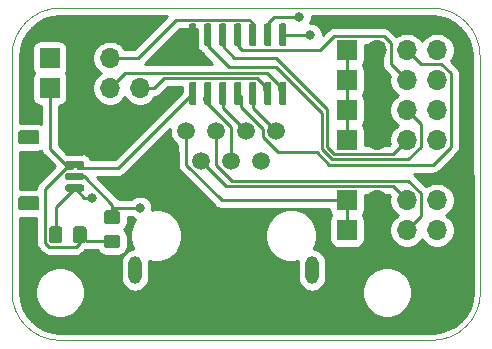
<source format=gbr>
G04 #@! TF.GenerationSoftware,KiCad,Pcbnew,(5.1.5)-3*
G04 #@! TF.CreationDate,2021-03-16T03:35:26-05:00*
G04 #@! TF.ProjectId,InputBoard,496e7075-7442-46f6-9172-642e6b696361,rev?*
G04 #@! TF.SameCoordinates,Original*
G04 #@! TF.FileFunction,Copper,L1,Top*
G04 #@! TF.FilePolarity,Positive*
%FSLAX46Y46*%
G04 Gerber Fmt 4.6, Leading zero omitted, Abs format (unit mm)*
G04 Created by KiCad (PCBNEW (5.1.5)-3) date 2021-03-16 03:35:26*
%MOMM*%
%LPD*%
G04 APERTURE LIST*
%ADD10C,0.050000*%
%ADD11O,1.700000X1.700000*%
%ADD12R,1.700000X1.700000*%
%ADD13O,1.140000X2.362000*%
%ADD14C,1.500000*%
%ADD15R,1.500000X1.500000*%
%ADD16C,0.100000*%
%ADD17C,0.800000*%
%ADD18C,0.250000*%
%ADD19C,0.254000*%
G04 APERTURE END LIST*
D10*
X132588000Y-110680500D02*
X132588000Y-90678000D01*
X136652000Y-114744500D02*
G75*
G02X132588000Y-110680500I0J4064000D01*
G01*
X168153080Y-114744500D02*
X136652000Y-114744500D01*
X172217080Y-90678000D02*
X172250164Y-110670340D01*
X172250164Y-110670340D02*
G75*
G02X168153080Y-114744500I-4074224J0D01*
G01*
X168153080Y-86614000D02*
X136652000Y-86614000D01*
X132588000Y-90678000D02*
G75*
G02X136652000Y-86614000I4064000J0D01*
G01*
X168153080Y-86614000D02*
G75*
G02X172217080Y-90678000I0J-4064000D01*
G01*
D11*
X168569640Y-95250000D03*
X166029640Y-95250000D03*
X163489640Y-95250000D03*
D12*
X160949640Y-95250000D03*
D13*
X157988000Y-108796951D03*
X142989300Y-108796951D03*
D14*
X154940000Y-97005001D03*
X153670000Y-99545001D03*
X152400000Y-97005001D03*
X151130000Y-99545001D03*
X149860000Y-97005001D03*
X148590000Y-99545001D03*
X147320000Y-97005001D03*
D15*
X146050000Y-99545001D03*
G04 #@! TA.AperFunction,SMDPad,CuDef*
D16*
G36*
X148063823Y-92856902D02*
G01*
X148078384Y-92859062D01*
X148092663Y-92862639D01*
X148106523Y-92867598D01*
X148119830Y-92873892D01*
X148132456Y-92881460D01*
X148144279Y-92890228D01*
X148155186Y-92900114D01*
X148165072Y-92911021D01*
X148173840Y-92922844D01*
X148181408Y-92935470D01*
X148187702Y-92948777D01*
X148192661Y-92962637D01*
X148196238Y-92976916D01*
X148198398Y-92991477D01*
X148199120Y-93006180D01*
X148199120Y-94656180D01*
X148198398Y-94670883D01*
X148196238Y-94685444D01*
X148192661Y-94699723D01*
X148187702Y-94713583D01*
X148181408Y-94726890D01*
X148173840Y-94739516D01*
X148165072Y-94751339D01*
X148155186Y-94762246D01*
X148144279Y-94772132D01*
X148132456Y-94780900D01*
X148119830Y-94788468D01*
X148106523Y-94794762D01*
X148092663Y-94799721D01*
X148078384Y-94803298D01*
X148063823Y-94805458D01*
X148049120Y-94806180D01*
X147749120Y-94806180D01*
X147734417Y-94805458D01*
X147719856Y-94803298D01*
X147705577Y-94799721D01*
X147691717Y-94794762D01*
X147678410Y-94788468D01*
X147665784Y-94780900D01*
X147653961Y-94772132D01*
X147643054Y-94762246D01*
X147633168Y-94751339D01*
X147624400Y-94739516D01*
X147616832Y-94726890D01*
X147610538Y-94713583D01*
X147605579Y-94699723D01*
X147602002Y-94685444D01*
X147599842Y-94670883D01*
X147599120Y-94656180D01*
X147599120Y-93006180D01*
X147599842Y-92991477D01*
X147602002Y-92976916D01*
X147605579Y-92962637D01*
X147610538Y-92948777D01*
X147616832Y-92935470D01*
X147624400Y-92922844D01*
X147633168Y-92911021D01*
X147643054Y-92900114D01*
X147653961Y-92890228D01*
X147665784Y-92881460D01*
X147678410Y-92873892D01*
X147691717Y-92867598D01*
X147705577Y-92862639D01*
X147719856Y-92859062D01*
X147734417Y-92856902D01*
X147749120Y-92856180D01*
X148049120Y-92856180D01*
X148063823Y-92856902D01*
G37*
G04 #@! TD.AperFunction*
G04 #@! TA.AperFunction,SMDPad,CuDef*
G36*
X149333823Y-92856902D02*
G01*
X149348384Y-92859062D01*
X149362663Y-92862639D01*
X149376523Y-92867598D01*
X149389830Y-92873892D01*
X149402456Y-92881460D01*
X149414279Y-92890228D01*
X149425186Y-92900114D01*
X149435072Y-92911021D01*
X149443840Y-92922844D01*
X149451408Y-92935470D01*
X149457702Y-92948777D01*
X149462661Y-92962637D01*
X149466238Y-92976916D01*
X149468398Y-92991477D01*
X149469120Y-93006180D01*
X149469120Y-94656180D01*
X149468398Y-94670883D01*
X149466238Y-94685444D01*
X149462661Y-94699723D01*
X149457702Y-94713583D01*
X149451408Y-94726890D01*
X149443840Y-94739516D01*
X149435072Y-94751339D01*
X149425186Y-94762246D01*
X149414279Y-94772132D01*
X149402456Y-94780900D01*
X149389830Y-94788468D01*
X149376523Y-94794762D01*
X149362663Y-94799721D01*
X149348384Y-94803298D01*
X149333823Y-94805458D01*
X149319120Y-94806180D01*
X149019120Y-94806180D01*
X149004417Y-94805458D01*
X148989856Y-94803298D01*
X148975577Y-94799721D01*
X148961717Y-94794762D01*
X148948410Y-94788468D01*
X148935784Y-94780900D01*
X148923961Y-94772132D01*
X148913054Y-94762246D01*
X148903168Y-94751339D01*
X148894400Y-94739516D01*
X148886832Y-94726890D01*
X148880538Y-94713583D01*
X148875579Y-94699723D01*
X148872002Y-94685444D01*
X148869842Y-94670883D01*
X148869120Y-94656180D01*
X148869120Y-93006180D01*
X148869842Y-92991477D01*
X148872002Y-92976916D01*
X148875579Y-92962637D01*
X148880538Y-92948777D01*
X148886832Y-92935470D01*
X148894400Y-92922844D01*
X148903168Y-92911021D01*
X148913054Y-92900114D01*
X148923961Y-92890228D01*
X148935784Y-92881460D01*
X148948410Y-92873892D01*
X148961717Y-92867598D01*
X148975577Y-92862639D01*
X148989856Y-92859062D01*
X149004417Y-92856902D01*
X149019120Y-92856180D01*
X149319120Y-92856180D01*
X149333823Y-92856902D01*
G37*
G04 #@! TD.AperFunction*
G04 #@! TA.AperFunction,SMDPad,CuDef*
G36*
X150603823Y-92856902D02*
G01*
X150618384Y-92859062D01*
X150632663Y-92862639D01*
X150646523Y-92867598D01*
X150659830Y-92873892D01*
X150672456Y-92881460D01*
X150684279Y-92890228D01*
X150695186Y-92900114D01*
X150705072Y-92911021D01*
X150713840Y-92922844D01*
X150721408Y-92935470D01*
X150727702Y-92948777D01*
X150732661Y-92962637D01*
X150736238Y-92976916D01*
X150738398Y-92991477D01*
X150739120Y-93006180D01*
X150739120Y-94656180D01*
X150738398Y-94670883D01*
X150736238Y-94685444D01*
X150732661Y-94699723D01*
X150727702Y-94713583D01*
X150721408Y-94726890D01*
X150713840Y-94739516D01*
X150705072Y-94751339D01*
X150695186Y-94762246D01*
X150684279Y-94772132D01*
X150672456Y-94780900D01*
X150659830Y-94788468D01*
X150646523Y-94794762D01*
X150632663Y-94799721D01*
X150618384Y-94803298D01*
X150603823Y-94805458D01*
X150589120Y-94806180D01*
X150289120Y-94806180D01*
X150274417Y-94805458D01*
X150259856Y-94803298D01*
X150245577Y-94799721D01*
X150231717Y-94794762D01*
X150218410Y-94788468D01*
X150205784Y-94780900D01*
X150193961Y-94772132D01*
X150183054Y-94762246D01*
X150173168Y-94751339D01*
X150164400Y-94739516D01*
X150156832Y-94726890D01*
X150150538Y-94713583D01*
X150145579Y-94699723D01*
X150142002Y-94685444D01*
X150139842Y-94670883D01*
X150139120Y-94656180D01*
X150139120Y-93006180D01*
X150139842Y-92991477D01*
X150142002Y-92976916D01*
X150145579Y-92962637D01*
X150150538Y-92948777D01*
X150156832Y-92935470D01*
X150164400Y-92922844D01*
X150173168Y-92911021D01*
X150183054Y-92900114D01*
X150193961Y-92890228D01*
X150205784Y-92881460D01*
X150218410Y-92873892D01*
X150231717Y-92867598D01*
X150245577Y-92862639D01*
X150259856Y-92859062D01*
X150274417Y-92856902D01*
X150289120Y-92856180D01*
X150589120Y-92856180D01*
X150603823Y-92856902D01*
G37*
G04 #@! TD.AperFunction*
G04 #@! TA.AperFunction,SMDPad,CuDef*
G36*
X151873823Y-92856902D02*
G01*
X151888384Y-92859062D01*
X151902663Y-92862639D01*
X151916523Y-92867598D01*
X151929830Y-92873892D01*
X151942456Y-92881460D01*
X151954279Y-92890228D01*
X151965186Y-92900114D01*
X151975072Y-92911021D01*
X151983840Y-92922844D01*
X151991408Y-92935470D01*
X151997702Y-92948777D01*
X152002661Y-92962637D01*
X152006238Y-92976916D01*
X152008398Y-92991477D01*
X152009120Y-93006180D01*
X152009120Y-94656180D01*
X152008398Y-94670883D01*
X152006238Y-94685444D01*
X152002661Y-94699723D01*
X151997702Y-94713583D01*
X151991408Y-94726890D01*
X151983840Y-94739516D01*
X151975072Y-94751339D01*
X151965186Y-94762246D01*
X151954279Y-94772132D01*
X151942456Y-94780900D01*
X151929830Y-94788468D01*
X151916523Y-94794762D01*
X151902663Y-94799721D01*
X151888384Y-94803298D01*
X151873823Y-94805458D01*
X151859120Y-94806180D01*
X151559120Y-94806180D01*
X151544417Y-94805458D01*
X151529856Y-94803298D01*
X151515577Y-94799721D01*
X151501717Y-94794762D01*
X151488410Y-94788468D01*
X151475784Y-94780900D01*
X151463961Y-94772132D01*
X151453054Y-94762246D01*
X151443168Y-94751339D01*
X151434400Y-94739516D01*
X151426832Y-94726890D01*
X151420538Y-94713583D01*
X151415579Y-94699723D01*
X151412002Y-94685444D01*
X151409842Y-94670883D01*
X151409120Y-94656180D01*
X151409120Y-93006180D01*
X151409842Y-92991477D01*
X151412002Y-92976916D01*
X151415579Y-92962637D01*
X151420538Y-92948777D01*
X151426832Y-92935470D01*
X151434400Y-92922844D01*
X151443168Y-92911021D01*
X151453054Y-92900114D01*
X151463961Y-92890228D01*
X151475784Y-92881460D01*
X151488410Y-92873892D01*
X151501717Y-92867598D01*
X151515577Y-92862639D01*
X151529856Y-92859062D01*
X151544417Y-92856902D01*
X151559120Y-92856180D01*
X151859120Y-92856180D01*
X151873823Y-92856902D01*
G37*
G04 #@! TD.AperFunction*
G04 #@! TA.AperFunction,SMDPad,CuDef*
G36*
X153143823Y-92856902D02*
G01*
X153158384Y-92859062D01*
X153172663Y-92862639D01*
X153186523Y-92867598D01*
X153199830Y-92873892D01*
X153212456Y-92881460D01*
X153224279Y-92890228D01*
X153235186Y-92900114D01*
X153245072Y-92911021D01*
X153253840Y-92922844D01*
X153261408Y-92935470D01*
X153267702Y-92948777D01*
X153272661Y-92962637D01*
X153276238Y-92976916D01*
X153278398Y-92991477D01*
X153279120Y-93006180D01*
X153279120Y-94656180D01*
X153278398Y-94670883D01*
X153276238Y-94685444D01*
X153272661Y-94699723D01*
X153267702Y-94713583D01*
X153261408Y-94726890D01*
X153253840Y-94739516D01*
X153245072Y-94751339D01*
X153235186Y-94762246D01*
X153224279Y-94772132D01*
X153212456Y-94780900D01*
X153199830Y-94788468D01*
X153186523Y-94794762D01*
X153172663Y-94799721D01*
X153158384Y-94803298D01*
X153143823Y-94805458D01*
X153129120Y-94806180D01*
X152829120Y-94806180D01*
X152814417Y-94805458D01*
X152799856Y-94803298D01*
X152785577Y-94799721D01*
X152771717Y-94794762D01*
X152758410Y-94788468D01*
X152745784Y-94780900D01*
X152733961Y-94772132D01*
X152723054Y-94762246D01*
X152713168Y-94751339D01*
X152704400Y-94739516D01*
X152696832Y-94726890D01*
X152690538Y-94713583D01*
X152685579Y-94699723D01*
X152682002Y-94685444D01*
X152679842Y-94670883D01*
X152679120Y-94656180D01*
X152679120Y-93006180D01*
X152679842Y-92991477D01*
X152682002Y-92976916D01*
X152685579Y-92962637D01*
X152690538Y-92948777D01*
X152696832Y-92935470D01*
X152704400Y-92922844D01*
X152713168Y-92911021D01*
X152723054Y-92900114D01*
X152733961Y-92890228D01*
X152745784Y-92881460D01*
X152758410Y-92873892D01*
X152771717Y-92867598D01*
X152785577Y-92862639D01*
X152799856Y-92859062D01*
X152814417Y-92856902D01*
X152829120Y-92856180D01*
X153129120Y-92856180D01*
X153143823Y-92856902D01*
G37*
G04 #@! TD.AperFunction*
G04 #@! TA.AperFunction,SMDPad,CuDef*
G36*
X154413823Y-92856902D02*
G01*
X154428384Y-92859062D01*
X154442663Y-92862639D01*
X154456523Y-92867598D01*
X154469830Y-92873892D01*
X154482456Y-92881460D01*
X154494279Y-92890228D01*
X154505186Y-92900114D01*
X154515072Y-92911021D01*
X154523840Y-92922844D01*
X154531408Y-92935470D01*
X154537702Y-92948777D01*
X154542661Y-92962637D01*
X154546238Y-92976916D01*
X154548398Y-92991477D01*
X154549120Y-93006180D01*
X154549120Y-94656180D01*
X154548398Y-94670883D01*
X154546238Y-94685444D01*
X154542661Y-94699723D01*
X154537702Y-94713583D01*
X154531408Y-94726890D01*
X154523840Y-94739516D01*
X154515072Y-94751339D01*
X154505186Y-94762246D01*
X154494279Y-94772132D01*
X154482456Y-94780900D01*
X154469830Y-94788468D01*
X154456523Y-94794762D01*
X154442663Y-94799721D01*
X154428384Y-94803298D01*
X154413823Y-94805458D01*
X154399120Y-94806180D01*
X154099120Y-94806180D01*
X154084417Y-94805458D01*
X154069856Y-94803298D01*
X154055577Y-94799721D01*
X154041717Y-94794762D01*
X154028410Y-94788468D01*
X154015784Y-94780900D01*
X154003961Y-94772132D01*
X153993054Y-94762246D01*
X153983168Y-94751339D01*
X153974400Y-94739516D01*
X153966832Y-94726890D01*
X153960538Y-94713583D01*
X153955579Y-94699723D01*
X153952002Y-94685444D01*
X153949842Y-94670883D01*
X153949120Y-94656180D01*
X153949120Y-93006180D01*
X153949842Y-92991477D01*
X153952002Y-92976916D01*
X153955579Y-92962637D01*
X153960538Y-92948777D01*
X153966832Y-92935470D01*
X153974400Y-92922844D01*
X153983168Y-92911021D01*
X153993054Y-92900114D01*
X154003961Y-92890228D01*
X154015784Y-92881460D01*
X154028410Y-92873892D01*
X154041717Y-92867598D01*
X154055577Y-92862639D01*
X154069856Y-92859062D01*
X154084417Y-92856902D01*
X154099120Y-92856180D01*
X154399120Y-92856180D01*
X154413823Y-92856902D01*
G37*
G04 #@! TD.AperFunction*
G04 #@! TA.AperFunction,SMDPad,CuDef*
G36*
X155683823Y-92856902D02*
G01*
X155698384Y-92859062D01*
X155712663Y-92862639D01*
X155726523Y-92867598D01*
X155739830Y-92873892D01*
X155752456Y-92881460D01*
X155764279Y-92890228D01*
X155775186Y-92900114D01*
X155785072Y-92911021D01*
X155793840Y-92922844D01*
X155801408Y-92935470D01*
X155807702Y-92948777D01*
X155812661Y-92962637D01*
X155816238Y-92976916D01*
X155818398Y-92991477D01*
X155819120Y-93006180D01*
X155819120Y-94656180D01*
X155818398Y-94670883D01*
X155816238Y-94685444D01*
X155812661Y-94699723D01*
X155807702Y-94713583D01*
X155801408Y-94726890D01*
X155793840Y-94739516D01*
X155785072Y-94751339D01*
X155775186Y-94762246D01*
X155764279Y-94772132D01*
X155752456Y-94780900D01*
X155739830Y-94788468D01*
X155726523Y-94794762D01*
X155712663Y-94799721D01*
X155698384Y-94803298D01*
X155683823Y-94805458D01*
X155669120Y-94806180D01*
X155369120Y-94806180D01*
X155354417Y-94805458D01*
X155339856Y-94803298D01*
X155325577Y-94799721D01*
X155311717Y-94794762D01*
X155298410Y-94788468D01*
X155285784Y-94780900D01*
X155273961Y-94772132D01*
X155263054Y-94762246D01*
X155253168Y-94751339D01*
X155244400Y-94739516D01*
X155236832Y-94726890D01*
X155230538Y-94713583D01*
X155225579Y-94699723D01*
X155222002Y-94685444D01*
X155219842Y-94670883D01*
X155219120Y-94656180D01*
X155219120Y-93006180D01*
X155219842Y-92991477D01*
X155222002Y-92976916D01*
X155225579Y-92962637D01*
X155230538Y-92948777D01*
X155236832Y-92935470D01*
X155244400Y-92922844D01*
X155253168Y-92911021D01*
X155263054Y-92900114D01*
X155273961Y-92890228D01*
X155285784Y-92881460D01*
X155298410Y-92873892D01*
X155311717Y-92867598D01*
X155325577Y-92862639D01*
X155339856Y-92859062D01*
X155354417Y-92856902D01*
X155369120Y-92856180D01*
X155669120Y-92856180D01*
X155683823Y-92856902D01*
G37*
G04 #@! TD.AperFunction*
G04 #@! TA.AperFunction,SMDPad,CuDef*
G36*
X155683823Y-87906902D02*
G01*
X155698384Y-87909062D01*
X155712663Y-87912639D01*
X155726523Y-87917598D01*
X155739830Y-87923892D01*
X155752456Y-87931460D01*
X155764279Y-87940228D01*
X155775186Y-87950114D01*
X155785072Y-87961021D01*
X155793840Y-87972844D01*
X155801408Y-87985470D01*
X155807702Y-87998777D01*
X155812661Y-88012637D01*
X155816238Y-88026916D01*
X155818398Y-88041477D01*
X155819120Y-88056180D01*
X155819120Y-89706180D01*
X155818398Y-89720883D01*
X155816238Y-89735444D01*
X155812661Y-89749723D01*
X155807702Y-89763583D01*
X155801408Y-89776890D01*
X155793840Y-89789516D01*
X155785072Y-89801339D01*
X155775186Y-89812246D01*
X155764279Y-89822132D01*
X155752456Y-89830900D01*
X155739830Y-89838468D01*
X155726523Y-89844762D01*
X155712663Y-89849721D01*
X155698384Y-89853298D01*
X155683823Y-89855458D01*
X155669120Y-89856180D01*
X155369120Y-89856180D01*
X155354417Y-89855458D01*
X155339856Y-89853298D01*
X155325577Y-89849721D01*
X155311717Y-89844762D01*
X155298410Y-89838468D01*
X155285784Y-89830900D01*
X155273961Y-89822132D01*
X155263054Y-89812246D01*
X155253168Y-89801339D01*
X155244400Y-89789516D01*
X155236832Y-89776890D01*
X155230538Y-89763583D01*
X155225579Y-89749723D01*
X155222002Y-89735444D01*
X155219842Y-89720883D01*
X155219120Y-89706180D01*
X155219120Y-88056180D01*
X155219842Y-88041477D01*
X155222002Y-88026916D01*
X155225579Y-88012637D01*
X155230538Y-87998777D01*
X155236832Y-87985470D01*
X155244400Y-87972844D01*
X155253168Y-87961021D01*
X155263054Y-87950114D01*
X155273961Y-87940228D01*
X155285784Y-87931460D01*
X155298410Y-87923892D01*
X155311717Y-87917598D01*
X155325577Y-87912639D01*
X155339856Y-87909062D01*
X155354417Y-87906902D01*
X155369120Y-87906180D01*
X155669120Y-87906180D01*
X155683823Y-87906902D01*
G37*
G04 #@! TD.AperFunction*
G04 #@! TA.AperFunction,SMDPad,CuDef*
G36*
X154413823Y-87906902D02*
G01*
X154428384Y-87909062D01*
X154442663Y-87912639D01*
X154456523Y-87917598D01*
X154469830Y-87923892D01*
X154482456Y-87931460D01*
X154494279Y-87940228D01*
X154505186Y-87950114D01*
X154515072Y-87961021D01*
X154523840Y-87972844D01*
X154531408Y-87985470D01*
X154537702Y-87998777D01*
X154542661Y-88012637D01*
X154546238Y-88026916D01*
X154548398Y-88041477D01*
X154549120Y-88056180D01*
X154549120Y-89706180D01*
X154548398Y-89720883D01*
X154546238Y-89735444D01*
X154542661Y-89749723D01*
X154537702Y-89763583D01*
X154531408Y-89776890D01*
X154523840Y-89789516D01*
X154515072Y-89801339D01*
X154505186Y-89812246D01*
X154494279Y-89822132D01*
X154482456Y-89830900D01*
X154469830Y-89838468D01*
X154456523Y-89844762D01*
X154442663Y-89849721D01*
X154428384Y-89853298D01*
X154413823Y-89855458D01*
X154399120Y-89856180D01*
X154099120Y-89856180D01*
X154084417Y-89855458D01*
X154069856Y-89853298D01*
X154055577Y-89849721D01*
X154041717Y-89844762D01*
X154028410Y-89838468D01*
X154015784Y-89830900D01*
X154003961Y-89822132D01*
X153993054Y-89812246D01*
X153983168Y-89801339D01*
X153974400Y-89789516D01*
X153966832Y-89776890D01*
X153960538Y-89763583D01*
X153955579Y-89749723D01*
X153952002Y-89735444D01*
X153949842Y-89720883D01*
X153949120Y-89706180D01*
X153949120Y-88056180D01*
X153949842Y-88041477D01*
X153952002Y-88026916D01*
X153955579Y-88012637D01*
X153960538Y-87998777D01*
X153966832Y-87985470D01*
X153974400Y-87972844D01*
X153983168Y-87961021D01*
X153993054Y-87950114D01*
X154003961Y-87940228D01*
X154015784Y-87931460D01*
X154028410Y-87923892D01*
X154041717Y-87917598D01*
X154055577Y-87912639D01*
X154069856Y-87909062D01*
X154084417Y-87906902D01*
X154099120Y-87906180D01*
X154399120Y-87906180D01*
X154413823Y-87906902D01*
G37*
G04 #@! TD.AperFunction*
G04 #@! TA.AperFunction,SMDPad,CuDef*
G36*
X153143823Y-87906902D02*
G01*
X153158384Y-87909062D01*
X153172663Y-87912639D01*
X153186523Y-87917598D01*
X153199830Y-87923892D01*
X153212456Y-87931460D01*
X153224279Y-87940228D01*
X153235186Y-87950114D01*
X153245072Y-87961021D01*
X153253840Y-87972844D01*
X153261408Y-87985470D01*
X153267702Y-87998777D01*
X153272661Y-88012637D01*
X153276238Y-88026916D01*
X153278398Y-88041477D01*
X153279120Y-88056180D01*
X153279120Y-89706180D01*
X153278398Y-89720883D01*
X153276238Y-89735444D01*
X153272661Y-89749723D01*
X153267702Y-89763583D01*
X153261408Y-89776890D01*
X153253840Y-89789516D01*
X153245072Y-89801339D01*
X153235186Y-89812246D01*
X153224279Y-89822132D01*
X153212456Y-89830900D01*
X153199830Y-89838468D01*
X153186523Y-89844762D01*
X153172663Y-89849721D01*
X153158384Y-89853298D01*
X153143823Y-89855458D01*
X153129120Y-89856180D01*
X152829120Y-89856180D01*
X152814417Y-89855458D01*
X152799856Y-89853298D01*
X152785577Y-89849721D01*
X152771717Y-89844762D01*
X152758410Y-89838468D01*
X152745784Y-89830900D01*
X152733961Y-89822132D01*
X152723054Y-89812246D01*
X152713168Y-89801339D01*
X152704400Y-89789516D01*
X152696832Y-89776890D01*
X152690538Y-89763583D01*
X152685579Y-89749723D01*
X152682002Y-89735444D01*
X152679842Y-89720883D01*
X152679120Y-89706180D01*
X152679120Y-88056180D01*
X152679842Y-88041477D01*
X152682002Y-88026916D01*
X152685579Y-88012637D01*
X152690538Y-87998777D01*
X152696832Y-87985470D01*
X152704400Y-87972844D01*
X152713168Y-87961021D01*
X152723054Y-87950114D01*
X152733961Y-87940228D01*
X152745784Y-87931460D01*
X152758410Y-87923892D01*
X152771717Y-87917598D01*
X152785577Y-87912639D01*
X152799856Y-87909062D01*
X152814417Y-87906902D01*
X152829120Y-87906180D01*
X153129120Y-87906180D01*
X153143823Y-87906902D01*
G37*
G04 #@! TD.AperFunction*
G04 #@! TA.AperFunction,SMDPad,CuDef*
G36*
X151873823Y-87906902D02*
G01*
X151888384Y-87909062D01*
X151902663Y-87912639D01*
X151916523Y-87917598D01*
X151929830Y-87923892D01*
X151942456Y-87931460D01*
X151954279Y-87940228D01*
X151965186Y-87950114D01*
X151975072Y-87961021D01*
X151983840Y-87972844D01*
X151991408Y-87985470D01*
X151997702Y-87998777D01*
X152002661Y-88012637D01*
X152006238Y-88026916D01*
X152008398Y-88041477D01*
X152009120Y-88056180D01*
X152009120Y-89706180D01*
X152008398Y-89720883D01*
X152006238Y-89735444D01*
X152002661Y-89749723D01*
X151997702Y-89763583D01*
X151991408Y-89776890D01*
X151983840Y-89789516D01*
X151975072Y-89801339D01*
X151965186Y-89812246D01*
X151954279Y-89822132D01*
X151942456Y-89830900D01*
X151929830Y-89838468D01*
X151916523Y-89844762D01*
X151902663Y-89849721D01*
X151888384Y-89853298D01*
X151873823Y-89855458D01*
X151859120Y-89856180D01*
X151559120Y-89856180D01*
X151544417Y-89855458D01*
X151529856Y-89853298D01*
X151515577Y-89849721D01*
X151501717Y-89844762D01*
X151488410Y-89838468D01*
X151475784Y-89830900D01*
X151463961Y-89822132D01*
X151453054Y-89812246D01*
X151443168Y-89801339D01*
X151434400Y-89789516D01*
X151426832Y-89776890D01*
X151420538Y-89763583D01*
X151415579Y-89749723D01*
X151412002Y-89735444D01*
X151409842Y-89720883D01*
X151409120Y-89706180D01*
X151409120Y-88056180D01*
X151409842Y-88041477D01*
X151412002Y-88026916D01*
X151415579Y-88012637D01*
X151420538Y-87998777D01*
X151426832Y-87985470D01*
X151434400Y-87972844D01*
X151443168Y-87961021D01*
X151453054Y-87950114D01*
X151463961Y-87940228D01*
X151475784Y-87931460D01*
X151488410Y-87923892D01*
X151501717Y-87917598D01*
X151515577Y-87912639D01*
X151529856Y-87909062D01*
X151544417Y-87906902D01*
X151559120Y-87906180D01*
X151859120Y-87906180D01*
X151873823Y-87906902D01*
G37*
G04 #@! TD.AperFunction*
G04 #@! TA.AperFunction,SMDPad,CuDef*
G36*
X150603823Y-87906902D02*
G01*
X150618384Y-87909062D01*
X150632663Y-87912639D01*
X150646523Y-87917598D01*
X150659830Y-87923892D01*
X150672456Y-87931460D01*
X150684279Y-87940228D01*
X150695186Y-87950114D01*
X150705072Y-87961021D01*
X150713840Y-87972844D01*
X150721408Y-87985470D01*
X150727702Y-87998777D01*
X150732661Y-88012637D01*
X150736238Y-88026916D01*
X150738398Y-88041477D01*
X150739120Y-88056180D01*
X150739120Y-89706180D01*
X150738398Y-89720883D01*
X150736238Y-89735444D01*
X150732661Y-89749723D01*
X150727702Y-89763583D01*
X150721408Y-89776890D01*
X150713840Y-89789516D01*
X150705072Y-89801339D01*
X150695186Y-89812246D01*
X150684279Y-89822132D01*
X150672456Y-89830900D01*
X150659830Y-89838468D01*
X150646523Y-89844762D01*
X150632663Y-89849721D01*
X150618384Y-89853298D01*
X150603823Y-89855458D01*
X150589120Y-89856180D01*
X150289120Y-89856180D01*
X150274417Y-89855458D01*
X150259856Y-89853298D01*
X150245577Y-89849721D01*
X150231717Y-89844762D01*
X150218410Y-89838468D01*
X150205784Y-89830900D01*
X150193961Y-89822132D01*
X150183054Y-89812246D01*
X150173168Y-89801339D01*
X150164400Y-89789516D01*
X150156832Y-89776890D01*
X150150538Y-89763583D01*
X150145579Y-89749723D01*
X150142002Y-89735444D01*
X150139842Y-89720883D01*
X150139120Y-89706180D01*
X150139120Y-88056180D01*
X150139842Y-88041477D01*
X150142002Y-88026916D01*
X150145579Y-88012637D01*
X150150538Y-87998777D01*
X150156832Y-87985470D01*
X150164400Y-87972844D01*
X150173168Y-87961021D01*
X150183054Y-87950114D01*
X150193961Y-87940228D01*
X150205784Y-87931460D01*
X150218410Y-87923892D01*
X150231717Y-87917598D01*
X150245577Y-87912639D01*
X150259856Y-87909062D01*
X150274417Y-87906902D01*
X150289120Y-87906180D01*
X150589120Y-87906180D01*
X150603823Y-87906902D01*
G37*
G04 #@! TD.AperFunction*
G04 #@! TA.AperFunction,SMDPad,CuDef*
G36*
X149333823Y-87906902D02*
G01*
X149348384Y-87909062D01*
X149362663Y-87912639D01*
X149376523Y-87917598D01*
X149389830Y-87923892D01*
X149402456Y-87931460D01*
X149414279Y-87940228D01*
X149425186Y-87950114D01*
X149435072Y-87961021D01*
X149443840Y-87972844D01*
X149451408Y-87985470D01*
X149457702Y-87998777D01*
X149462661Y-88012637D01*
X149466238Y-88026916D01*
X149468398Y-88041477D01*
X149469120Y-88056180D01*
X149469120Y-89706180D01*
X149468398Y-89720883D01*
X149466238Y-89735444D01*
X149462661Y-89749723D01*
X149457702Y-89763583D01*
X149451408Y-89776890D01*
X149443840Y-89789516D01*
X149435072Y-89801339D01*
X149425186Y-89812246D01*
X149414279Y-89822132D01*
X149402456Y-89830900D01*
X149389830Y-89838468D01*
X149376523Y-89844762D01*
X149362663Y-89849721D01*
X149348384Y-89853298D01*
X149333823Y-89855458D01*
X149319120Y-89856180D01*
X149019120Y-89856180D01*
X149004417Y-89855458D01*
X148989856Y-89853298D01*
X148975577Y-89849721D01*
X148961717Y-89844762D01*
X148948410Y-89838468D01*
X148935784Y-89830900D01*
X148923961Y-89822132D01*
X148913054Y-89812246D01*
X148903168Y-89801339D01*
X148894400Y-89789516D01*
X148886832Y-89776890D01*
X148880538Y-89763583D01*
X148875579Y-89749723D01*
X148872002Y-89735444D01*
X148869842Y-89720883D01*
X148869120Y-89706180D01*
X148869120Y-88056180D01*
X148869842Y-88041477D01*
X148872002Y-88026916D01*
X148875579Y-88012637D01*
X148880538Y-87998777D01*
X148886832Y-87985470D01*
X148894400Y-87972844D01*
X148903168Y-87961021D01*
X148913054Y-87950114D01*
X148923961Y-87940228D01*
X148935784Y-87931460D01*
X148948410Y-87923892D01*
X148961717Y-87917598D01*
X148975577Y-87912639D01*
X148989856Y-87909062D01*
X149004417Y-87906902D01*
X149019120Y-87906180D01*
X149319120Y-87906180D01*
X149333823Y-87906902D01*
G37*
G04 #@! TD.AperFunction*
G04 #@! TA.AperFunction,SMDPad,CuDef*
G36*
X148063823Y-87906902D02*
G01*
X148078384Y-87909062D01*
X148092663Y-87912639D01*
X148106523Y-87917598D01*
X148119830Y-87923892D01*
X148132456Y-87931460D01*
X148144279Y-87940228D01*
X148155186Y-87950114D01*
X148165072Y-87961021D01*
X148173840Y-87972844D01*
X148181408Y-87985470D01*
X148187702Y-87998777D01*
X148192661Y-88012637D01*
X148196238Y-88026916D01*
X148198398Y-88041477D01*
X148199120Y-88056180D01*
X148199120Y-89706180D01*
X148198398Y-89720883D01*
X148196238Y-89735444D01*
X148192661Y-89749723D01*
X148187702Y-89763583D01*
X148181408Y-89776890D01*
X148173840Y-89789516D01*
X148165072Y-89801339D01*
X148155186Y-89812246D01*
X148144279Y-89822132D01*
X148132456Y-89830900D01*
X148119830Y-89838468D01*
X148106523Y-89844762D01*
X148092663Y-89849721D01*
X148078384Y-89853298D01*
X148063823Y-89855458D01*
X148049120Y-89856180D01*
X147749120Y-89856180D01*
X147734417Y-89855458D01*
X147719856Y-89853298D01*
X147705577Y-89849721D01*
X147691717Y-89844762D01*
X147678410Y-89838468D01*
X147665784Y-89830900D01*
X147653961Y-89822132D01*
X147643054Y-89812246D01*
X147633168Y-89801339D01*
X147624400Y-89789516D01*
X147616832Y-89776890D01*
X147610538Y-89763583D01*
X147605579Y-89749723D01*
X147602002Y-89735444D01*
X147599842Y-89720883D01*
X147599120Y-89706180D01*
X147599120Y-88056180D01*
X147599842Y-88041477D01*
X147602002Y-88026916D01*
X147605579Y-88012637D01*
X147610538Y-87998777D01*
X147616832Y-87985470D01*
X147624400Y-87972844D01*
X147633168Y-87961021D01*
X147643054Y-87950114D01*
X147653961Y-87940228D01*
X147665784Y-87931460D01*
X147678410Y-87923892D01*
X147691717Y-87917598D01*
X147705577Y-87912639D01*
X147719856Y-87909062D01*
X147734417Y-87906902D01*
X147749120Y-87906180D01*
X148049120Y-87906180D01*
X148063823Y-87906902D01*
G37*
G04 #@! TD.AperFunction*
D12*
X135790940Y-90840560D03*
D11*
X138330940Y-90840560D03*
X140870940Y-90840560D03*
G04 #@! TA.AperFunction,SMDPad,CuDef*
D16*
G36*
X138522083Y-98543422D02*
G01*
X138536644Y-98545582D01*
X138550923Y-98549159D01*
X138564783Y-98554118D01*
X138578090Y-98560412D01*
X138590716Y-98567980D01*
X138602539Y-98576748D01*
X138613446Y-98586634D01*
X138623332Y-98597541D01*
X138632100Y-98609364D01*
X138639668Y-98621990D01*
X138645962Y-98635297D01*
X138650921Y-98649157D01*
X138654498Y-98663436D01*
X138656658Y-98677997D01*
X138657380Y-98692700D01*
X138657380Y-98992700D01*
X138656658Y-99007403D01*
X138654498Y-99021964D01*
X138650921Y-99036243D01*
X138645962Y-99050103D01*
X138639668Y-99063410D01*
X138632100Y-99076036D01*
X138623332Y-99087859D01*
X138613446Y-99098766D01*
X138602539Y-99108652D01*
X138590716Y-99117420D01*
X138578090Y-99124988D01*
X138564783Y-99131282D01*
X138550923Y-99136241D01*
X138536644Y-99139818D01*
X138522083Y-99141978D01*
X138507380Y-99142700D01*
X137257380Y-99142700D01*
X137242677Y-99141978D01*
X137228116Y-99139818D01*
X137213837Y-99136241D01*
X137199977Y-99131282D01*
X137186670Y-99124988D01*
X137174044Y-99117420D01*
X137162221Y-99108652D01*
X137151314Y-99098766D01*
X137141428Y-99087859D01*
X137132660Y-99076036D01*
X137125092Y-99063410D01*
X137118798Y-99050103D01*
X137113839Y-99036243D01*
X137110262Y-99021964D01*
X137108102Y-99007403D01*
X137107380Y-98992700D01*
X137107380Y-98692700D01*
X137108102Y-98677997D01*
X137110262Y-98663436D01*
X137113839Y-98649157D01*
X137118798Y-98635297D01*
X137125092Y-98621990D01*
X137132660Y-98609364D01*
X137141428Y-98597541D01*
X137151314Y-98586634D01*
X137162221Y-98576748D01*
X137174044Y-98567980D01*
X137186670Y-98560412D01*
X137199977Y-98554118D01*
X137213837Y-98549159D01*
X137228116Y-98545582D01*
X137242677Y-98543422D01*
X137257380Y-98542700D01*
X138507380Y-98542700D01*
X138522083Y-98543422D01*
G37*
G04 #@! TD.AperFunction*
G04 #@! TA.AperFunction,SMDPad,CuDef*
G36*
X138522083Y-99543422D02*
G01*
X138536644Y-99545582D01*
X138550923Y-99549159D01*
X138564783Y-99554118D01*
X138578090Y-99560412D01*
X138590716Y-99567980D01*
X138602539Y-99576748D01*
X138613446Y-99586634D01*
X138623332Y-99597541D01*
X138632100Y-99609364D01*
X138639668Y-99621990D01*
X138645962Y-99635297D01*
X138650921Y-99649157D01*
X138654498Y-99663436D01*
X138656658Y-99677997D01*
X138657380Y-99692700D01*
X138657380Y-99992700D01*
X138656658Y-100007403D01*
X138654498Y-100021964D01*
X138650921Y-100036243D01*
X138645962Y-100050103D01*
X138639668Y-100063410D01*
X138632100Y-100076036D01*
X138623332Y-100087859D01*
X138613446Y-100098766D01*
X138602539Y-100108652D01*
X138590716Y-100117420D01*
X138578090Y-100124988D01*
X138564783Y-100131282D01*
X138550923Y-100136241D01*
X138536644Y-100139818D01*
X138522083Y-100141978D01*
X138507380Y-100142700D01*
X137257380Y-100142700D01*
X137242677Y-100141978D01*
X137228116Y-100139818D01*
X137213837Y-100136241D01*
X137199977Y-100131282D01*
X137186670Y-100124988D01*
X137174044Y-100117420D01*
X137162221Y-100108652D01*
X137151314Y-100098766D01*
X137141428Y-100087859D01*
X137132660Y-100076036D01*
X137125092Y-100063410D01*
X137118798Y-100050103D01*
X137113839Y-100036243D01*
X137110262Y-100021964D01*
X137108102Y-100007403D01*
X137107380Y-99992700D01*
X137107380Y-99692700D01*
X137108102Y-99677997D01*
X137110262Y-99663436D01*
X137113839Y-99649157D01*
X137118798Y-99635297D01*
X137125092Y-99621990D01*
X137132660Y-99609364D01*
X137141428Y-99597541D01*
X137151314Y-99586634D01*
X137162221Y-99576748D01*
X137174044Y-99567980D01*
X137186670Y-99560412D01*
X137199977Y-99554118D01*
X137213837Y-99549159D01*
X137228116Y-99545582D01*
X137242677Y-99543422D01*
X137257380Y-99542700D01*
X138507380Y-99542700D01*
X138522083Y-99543422D01*
G37*
G04 #@! TD.AperFunction*
G04 #@! TA.AperFunction,SMDPad,CuDef*
G36*
X138522083Y-100543422D02*
G01*
X138536644Y-100545582D01*
X138550923Y-100549159D01*
X138564783Y-100554118D01*
X138578090Y-100560412D01*
X138590716Y-100567980D01*
X138602539Y-100576748D01*
X138613446Y-100586634D01*
X138623332Y-100597541D01*
X138632100Y-100609364D01*
X138639668Y-100621990D01*
X138645962Y-100635297D01*
X138650921Y-100649157D01*
X138654498Y-100663436D01*
X138656658Y-100677997D01*
X138657380Y-100692700D01*
X138657380Y-100992700D01*
X138656658Y-101007403D01*
X138654498Y-101021964D01*
X138650921Y-101036243D01*
X138645962Y-101050103D01*
X138639668Y-101063410D01*
X138632100Y-101076036D01*
X138623332Y-101087859D01*
X138613446Y-101098766D01*
X138602539Y-101108652D01*
X138590716Y-101117420D01*
X138578090Y-101124988D01*
X138564783Y-101131282D01*
X138550923Y-101136241D01*
X138536644Y-101139818D01*
X138522083Y-101141978D01*
X138507380Y-101142700D01*
X137257380Y-101142700D01*
X137242677Y-101141978D01*
X137228116Y-101139818D01*
X137213837Y-101136241D01*
X137199977Y-101131282D01*
X137186670Y-101124988D01*
X137174044Y-101117420D01*
X137162221Y-101108652D01*
X137151314Y-101098766D01*
X137141428Y-101087859D01*
X137132660Y-101076036D01*
X137125092Y-101063410D01*
X137118798Y-101050103D01*
X137113839Y-101036243D01*
X137110262Y-101021964D01*
X137108102Y-101007403D01*
X137107380Y-100992700D01*
X137107380Y-100692700D01*
X137108102Y-100677997D01*
X137110262Y-100663436D01*
X137113839Y-100649157D01*
X137118798Y-100635297D01*
X137125092Y-100621990D01*
X137132660Y-100609364D01*
X137141428Y-100597541D01*
X137151314Y-100586634D01*
X137162221Y-100576748D01*
X137174044Y-100567980D01*
X137186670Y-100560412D01*
X137199977Y-100554118D01*
X137213837Y-100549159D01*
X137228116Y-100545582D01*
X137242677Y-100543422D01*
X137257380Y-100542700D01*
X138507380Y-100542700D01*
X138522083Y-100543422D01*
G37*
G04 #@! TD.AperFunction*
G04 #@! TA.AperFunction,SMDPad,CuDef*
G36*
X138522083Y-101543422D02*
G01*
X138536644Y-101545582D01*
X138550923Y-101549159D01*
X138564783Y-101554118D01*
X138578090Y-101560412D01*
X138590716Y-101567980D01*
X138602539Y-101576748D01*
X138613446Y-101586634D01*
X138623332Y-101597541D01*
X138632100Y-101609364D01*
X138639668Y-101621990D01*
X138645962Y-101635297D01*
X138650921Y-101649157D01*
X138654498Y-101663436D01*
X138656658Y-101677997D01*
X138657380Y-101692700D01*
X138657380Y-101992700D01*
X138656658Y-102007403D01*
X138654498Y-102021964D01*
X138650921Y-102036243D01*
X138645962Y-102050103D01*
X138639668Y-102063410D01*
X138632100Y-102076036D01*
X138623332Y-102087859D01*
X138613446Y-102098766D01*
X138602539Y-102108652D01*
X138590716Y-102117420D01*
X138578090Y-102124988D01*
X138564783Y-102131282D01*
X138550923Y-102136241D01*
X138536644Y-102139818D01*
X138522083Y-102141978D01*
X138507380Y-102142700D01*
X137257380Y-102142700D01*
X137242677Y-102141978D01*
X137228116Y-102139818D01*
X137213837Y-102136241D01*
X137199977Y-102131282D01*
X137186670Y-102124988D01*
X137174044Y-102117420D01*
X137162221Y-102108652D01*
X137151314Y-102098766D01*
X137141428Y-102087859D01*
X137132660Y-102076036D01*
X137125092Y-102063410D01*
X137118798Y-102050103D01*
X137113839Y-102036243D01*
X137110262Y-102021964D01*
X137108102Y-102007403D01*
X137107380Y-101992700D01*
X137107380Y-101692700D01*
X137108102Y-101677997D01*
X137110262Y-101663436D01*
X137113839Y-101649157D01*
X137118798Y-101635297D01*
X137125092Y-101621990D01*
X137132660Y-101609364D01*
X137141428Y-101597541D01*
X137151314Y-101586634D01*
X137162221Y-101576748D01*
X137174044Y-101567980D01*
X137186670Y-101560412D01*
X137199977Y-101554118D01*
X137213837Y-101549159D01*
X137228116Y-101545582D01*
X137242677Y-101543422D01*
X137257380Y-101542700D01*
X138507380Y-101542700D01*
X138522083Y-101543422D01*
G37*
G04 #@! TD.AperFunction*
G04 #@! TA.AperFunction,SMDPad,CuDef*
G36*
X134681885Y-96943904D02*
G01*
X134706153Y-96947504D01*
X134729952Y-96953465D01*
X134753051Y-96961730D01*
X134775230Y-96972220D01*
X134796273Y-96984832D01*
X134815979Y-96999447D01*
X134834157Y-97015923D01*
X134850633Y-97034101D01*
X134865248Y-97053807D01*
X134877860Y-97074850D01*
X134888350Y-97097029D01*
X134896615Y-97120128D01*
X134902576Y-97143927D01*
X134906176Y-97168195D01*
X134907380Y-97192699D01*
X134907380Y-97892701D01*
X134906176Y-97917205D01*
X134902576Y-97941473D01*
X134896615Y-97965272D01*
X134888350Y-97988371D01*
X134877860Y-98010550D01*
X134865248Y-98031593D01*
X134850633Y-98051299D01*
X134834157Y-98069477D01*
X134815979Y-98085953D01*
X134796273Y-98100568D01*
X134775230Y-98113180D01*
X134753051Y-98123670D01*
X134729952Y-98131935D01*
X134706153Y-98137896D01*
X134681885Y-98141496D01*
X134657381Y-98142700D01*
X133357379Y-98142700D01*
X133332875Y-98141496D01*
X133308607Y-98137896D01*
X133284808Y-98131935D01*
X133261709Y-98123670D01*
X133239530Y-98113180D01*
X133218487Y-98100568D01*
X133198781Y-98085953D01*
X133180603Y-98069477D01*
X133164127Y-98051299D01*
X133149512Y-98031593D01*
X133136900Y-98010550D01*
X133126410Y-97988371D01*
X133118145Y-97965272D01*
X133112184Y-97941473D01*
X133108584Y-97917205D01*
X133107380Y-97892701D01*
X133107380Y-97192699D01*
X133108584Y-97168195D01*
X133112184Y-97143927D01*
X133118145Y-97120128D01*
X133126410Y-97097029D01*
X133136900Y-97074850D01*
X133149512Y-97053807D01*
X133164127Y-97034101D01*
X133180603Y-97015923D01*
X133198781Y-96999447D01*
X133218487Y-96984832D01*
X133239530Y-96972220D01*
X133261709Y-96961730D01*
X133284808Y-96953465D01*
X133308607Y-96947504D01*
X133332875Y-96943904D01*
X133357379Y-96942700D01*
X134657381Y-96942700D01*
X134681885Y-96943904D01*
G37*
G04 #@! TD.AperFunction*
G04 #@! TA.AperFunction,SMDPad,CuDef*
G36*
X134681885Y-102543904D02*
G01*
X134706153Y-102547504D01*
X134729952Y-102553465D01*
X134753051Y-102561730D01*
X134775230Y-102572220D01*
X134796273Y-102584832D01*
X134815979Y-102599447D01*
X134834157Y-102615923D01*
X134850633Y-102634101D01*
X134865248Y-102653807D01*
X134877860Y-102674850D01*
X134888350Y-102697029D01*
X134896615Y-102720128D01*
X134902576Y-102743927D01*
X134906176Y-102768195D01*
X134907380Y-102792699D01*
X134907380Y-103492701D01*
X134906176Y-103517205D01*
X134902576Y-103541473D01*
X134896615Y-103565272D01*
X134888350Y-103588371D01*
X134877860Y-103610550D01*
X134865248Y-103631593D01*
X134850633Y-103651299D01*
X134834157Y-103669477D01*
X134815979Y-103685953D01*
X134796273Y-103700568D01*
X134775230Y-103713180D01*
X134753051Y-103723670D01*
X134729952Y-103731935D01*
X134706153Y-103737896D01*
X134681885Y-103741496D01*
X134657381Y-103742700D01*
X133357379Y-103742700D01*
X133332875Y-103741496D01*
X133308607Y-103737896D01*
X133284808Y-103731935D01*
X133261709Y-103723670D01*
X133239530Y-103713180D01*
X133218487Y-103700568D01*
X133198781Y-103685953D01*
X133180603Y-103669477D01*
X133164127Y-103651299D01*
X133149512Y-103631593D01*
X133136900Y-103610550D01*
X133126410Y-103588371D01*
X133118145Y-103565272D01*
X133112184Y-103541473D01*
X133108584Y-103517205D01*
X133107380Y-103492701D01*
X133107380Y-102792699D01*
X133108584Y-102768195D01*
X133112184Y-102743927D01*
X133118145Y-102720128D01*
X133126410Y-102697029D01*
X133136900Y-102674850D01*
X133149512Y-102653807D01*
X133164127Y-102634101D01*
X133180603Y-102615923D01*
X133198781Y-102599447D01*
X133218487Y-102584832D01*
X133239530Y-102572220D01*
X133261709Y-102561730D01*
X133284808Y-102553465D01*
X133308607Y-102547504D01*
X133332875Y-102543904D01*
X133357379Y-102542700D01*
X134657381Y-102542700D01*
X134681885Y-102543904D01*
G37*
G04 #@! TD.AperFunction*
D12*
X135790940Y-93380560D03*
D11*
X138330940Y-93380560D03*
X140870940Y-93380560D03*
X143410940Y-93380560D03*
X168569640Y-97790000D03*
X166029640Y-97790000D03*
X163489640Y-97790000D03*
D12*
X160949640Y-97790000D03*
D11*
X168569640Y-92710000D03*
X166029640Y-92710000D03*
X163489640Y-92710000D03*
D12*
X160949640Y-92710000D03*
X160949640Y-90170000D03*
D11*
X163489640Y-90170000D03*
X166029640Y-90170000D03*
X168569640Y-90170000D03*
X168569640Y-102870000D03*
X166029640Y-102870000D03*
X163489640Y-102870000D03*
D12*
X160949640Y-102870000D03*
X160949640Y-105410000D03*
D11*
X163489640Y-105410000D03*
X166029640Y-105410000D03*
X168569640Y-105410000D03*
G04 #@! TA.AperFunction,SMDPad,CuDef*
D16*
G36*
X138684365Y-105097284D02*
G01*
X138708633Y-105100884D01*
X138732432Y-105106845D01*
X138755531Y-105115110D01*
X138777710Y-105125600D01*
X138798753Y-105138212D01*
X138818459Y-105152827D01*
X138836637Y-105169303D01*
X138853113Y-105187481D01*
X138867728Y-105207187D01*
X138880340Y-105228230D01*
X138890830Y-105250409D01*
X138899095Y-105273508D01*
X138905056Y-105297307D01*
X138908656Y-105321575D01*
X138909860Y-105346079D01*
X138909860Y-106246081D01*
X138908656Y-106270585D01*
X138905056Y-106294853D01*
X138899095Y-106318652D01*
X138890830Y-106341751D01*
X138880340Y-106363930D01*
X138867728Y-106384973D01*
X138853113Y-106404679D01*
X138836637Y-106422857D01*
X138818459Y-106439333D01*
X138798753Y-106453948D01*
X138777710Y-106466560D01*
X138755531Y-106477050D01*
X138732432Y-106485315D01*
X138708633Y-106491276D01*
X138684365Y-106494876D01*
X138659861Y-106496080D01*
X138009859Y-106496080D01*
X137985355Y-106494876D01*
X137961087Y-106491276D01*
X137937288Y-106485315D01*
X137914189Y-106477050D01*
X137892010Y-106466560D01*
X137870967Y-106453948D01*
X137851261Y-106439333D01*
X137833083Y-106422857D01*
X137816607Y-106404679D01*
X137801992Y-106384973D01*
X137789380Y-106363930D01*
X137778890Y-106341751D01*
X137770625Y-106318652D01*
X137764664Y-106294853D01*
X137761064Y-106270585D01*
X137759860Y-106246081D01*
X137759860Y-105346079D01*
X137761064Y-105321575D01*
X137764664Y-105297307D01*
X137770625Y-105273508D01*
X137778890Y-105250409D01*
X137789380Y-105228230D01*
X137801992Y-105207187D01*
X137816607Y-105187481D01*
X137833083Y-105169303D01*
X137851261Y-105152827D01*
X137870967Y-105138212D01*
X137892010Y-105125600D01*
X137914189Y-105115110D01*
X137937288Y-105106845D01*
X137961087Y-105100884D01*
X137985355Y-105097284D01*
X138009859Y-105096080D01*
X138659861Y-105096080D01*
X138684365Y-105097284D01*
G37*
G04 #@! TD.AperFunction*
G04 #@! TA.AperFunction,SMDPad,CuDef*
G36*
X136634365Y-105097284D02*
G01*
X136658633Y-105100884D01*
X136682432Y-105106845D01*
X136705531Y-105115110D01*
X136727710Y-105125600D01*
X136748753Y-105138212D01*
X136768459Y-105152827D01*
X136786637Y-105169303D01*
X136803113Y-105187481D01*
X136817728Y-105207187D01*
X136830340Y-105228230D01*
X136840830Y-105250409D01*
X136849095Y-105273508D01*
X136855056Y-105297307D01*
X136858656Y-105321575D01*
X136859860Y-105346079D01*
X136859860Y-106246081D01*
X136858656Y-106270585D01*
X136855056Y-106294853D01*
X136849095Y-106318652D01*
X136840830Y-106341751D01*
X136830340Y-106363930D01*
X136817728Y-106384973D01*
X136803113Y-106404679D01*
X136786637Y-106422857D01*
X136768459Y-106439333D01*
X136748753Y-106453948D01*
X136727710Y-106466560D01*
X136705531Y-106477050D01*
X136682432Y-106485315D01*
X136658633Y-106491276D01*
X136634365Y-106494876D01*
X136609861Y-106496080D01*
X135959859Y-106496080D01*
X135935355Y-106494876D01*
X135911087Y-106491276D01*
X135887288Y-106485315D01*
X135864189Y-106477050D01*
X135842010Y-106466560D01*
X135820967Y-106453948D01*
X135801261Y-106439333D01*
X135783083Y-106422857D01*
X135766607Y-106404679D01*
X135751992Y-106384973D01*
X135739380Y-106363930D01*
X135728890Y-106341751D01*
X135720625Y-106318652D01*
X135714664Y-106294853D01*
X135711064Y-106270585D01*
X135709860Y-106246081D01*
X135709860Y-105346079D01*
X135711064Y-105321575D01*
X135714664Y-105297307D01*
X135720625Y-105273508D01*
X135728890Y-105250409D01*
X135739380Y-105228230D01*
X135751992Y-105207187D01*
X135766607Y-105187481D01*
X135783083Y-105169303D01*
X135801261Y-105152827D01*
X135820967Y-105138212D01*
X135842010Y-105125600D01*
X135864189Y-105115110D01*
X135887288Y-105106845D01*
X135911087Y-105100884D01*
X135935355Y-105097284D01*
X135959859Y-105096080D01*
X136609861Y-105096080D01*
X136634365Y-105097284D01*
G37*
G04 #@! TD.AperFunction*
G04 #@! TA.AperFunction,SMDPad,CuDef*
G36*
X141530865Y-103747704D02*
G01*
X141555133Y-103751304D01*
X141578932Y-103757265D01*
X141602031Y-103765530D01*
X141624210Y-103776020D01*
X141645253Y-103788632D01*
X141664959Y-103803247D01*
X141683137Y-103819723D01*
X141699613Y-103837901D01*
X141714228Y-103857607D01*
X141726840Y-103878650D01*
X141737330Y-103900829D01*
X141745595Y-103923928D01*
X141751556Y-103947727D01*
X141755156Y-103971995D01*
X141756360Y-103996499D01*
X141756360Y-104646501D01*
X141755156Y-104671005D01*
X141751556Y-104695273D01*
X141745595Y-104719072D01*
X141737330Y-104742171D01*
X141726840Y-104764350D01*
X141714228Y-104785393D01*
X141699613Y-104805099D01*
X141683137Y-104823277D01*
X141664959Y-104839753D01*
X141645253Y-104854368D01*
X141624210Y-104866980D01*
X141602031Y-104877470D01*
X141578932Y-104885735D01*
X141555133Y-104891696D01*
X141530865Y-104895296D01*
X141506361Y-104896500D01*
X140606359Y-104896500D01*
X140581855Y-104895296D01*
X140557587Y-104891696D01*
X140533788Y-104885735D01*
X140510689Y-104877470D01*
X140488510Y-104866980D01*
X140467467Y-104854368D01*
X140447761Y-104839753D01*
X140429583Y-104823277D01*
X140413107Y-104805099D01*
X140398492Y-104785393D01*
X140385880Y-104764350D01*
X140375390Y-104742171D01*
X140367125Y-104719072D01*
X140361164Y-104695273D01*
X140357564Y-104671005D01*
X140356360Y-104646501D01*
X140356360Y-103996499D01*
X140357564Y-103971995D01*
X140361164Y-103947727D01*
X140367125Y-103923928D01*
X140375390Y-103900829D01*
X140385880Y-103878650D01*
X140398492Y-103857607D01*
X140413107Y-103837901D01*
X140429583Y-103819723D01*
X140447761Y-103803247D01*
X140467467Y-103788632D01*
X140488510Y-103776020D01*
X140510689Y-103765530D01*
X140533788Y-103757265D01*
X140557587Y-103751304D01*
X140581855Y-103747704D01*
X140606359Y-103746500D01*
X141506361Y-103746500D01*
X141530865Y-103747704D01*
G37*
G04 #@! TD.AperFunction*
G04 #@! TA.AperFunction,SMDPad,CuDef*
G36*
X141530865Y-105797704D02*
G01*
X141555133Y-105801304D01*
X141578932Y-105807265D01*
X141602031Y-105815530D01*
X141624210Y-105826020D01*
X141645253Y-105838632D01*
X141664959Y-105853247D01*
X141683137Y-105869723D01*
X141699613Y-105887901D01*
X141714228Y-105907607D01*
X141726840Y-105928650D01*
X141737330Y-105950829D01*
X141745595Y-105973928D01*
X141751556Y-105997727D01*
X141755156Y-106021995D01*
X141756360Y-106046499D01*
X141756360Y-106696501D01*
X141755156Y-106721005D01*
X141751556Y-106745273D01*
X141745595Y-106769072D01*
X141737330Y-106792171D01*
X141726840Y-106814350D01*
X141714228Y-106835393D01*
X141699613Y-106855099D01*
X141683137Y-106873277D01*
X141664959Y-106889753D01*
X141645253Y-106904368D01*
X141624210Y-106916980D01*
X141602031Y-106927470D01*
X141578932Y-106935735D01*
X141555133Y-106941696D01*
X141530865Y-106945296D01*
X141506361Y-106946500D01*
X140606359Y-106946500D01*
X140581855Y-106945296D01*
X140557587Y-106941696D01*
X140533788Y-106935735D01*
X140510689Y-106927470D01*
X140488510Y-106916980D01*
X140467467Y-106904368D01*
X140447761Y-106889753D01*
X140429583Y-106873277D01*
X140413107Y-106855099D01*
X140398492Y-106835393D01*
X140385880Y-106814350D01*
X140375390Y-106792171D01*
X140367125Y-106769072D01*
X140361164Y-106745273D01*
X140357564Y-106721005D01*
X140356360Y-106696501D01*
X140356360Y-106046499D01*
X140357564Y-106021995D01*
X140361164Y-105997727D01*
X140367125Y-105973928D01*
X140375390Y-105950829D01*
X140385880Y-105928650D01*
X140398492Y-105907607D01*
X140413107Y-105887901D01*
X140429583Y-105869723D01*
X140447761Y-105853247D01*
X140467467Y-105838632D01*
X140488510Y-105826020D01*
X140510689Y-105815530D01*
X140533788Y-105807265D01*
X140557587Y-105801304D01*
X140581855Y-105797704D01*
X140606359Y-105796500D01*
X141506361Y-105796500D01*
X141530865Y-105797704D01*
G37*
G04 #@! TD.AperFunction*
D17*
X143875760Y-100261420D03*
X141663420Y-98221800D03*
X134988300Y-99679760D03*
X137398760Y-97637600D03*
X134251700Y-95443040D03*
X137444480Y-95564960D03*
X143134080Y-88915240D03*
X145602960Y-90705940D03*
X143438880Y-103532940D03*
X157853380Y-88872060D03*
X156916120Y-87391240D03*
X139319380Y-102649020D03*
D18*
X163489640Y-91372081D02*
X163489640Y-92710000D01*
X163489640Y-90170000D02*
X163489640Y-91372081D01*
X163489640Y-93912081D02*
X163489640Y-95250000D01*
X163489640Y-92710000D02*
X163489640Y-93912081D01*
X163489640Y-95250000D02*
X163489640Y-97790000D01*
X163489640Y-104072081D02*
X163489640Y-105410000D01*
X163489640Y-102870000D02*
X163489640Y-104072081D01*
X160949640Y-91270000D02*
X160949640Y-92710000D01*
X160949640Y-90170000D02*
X160949640Y-91270000D01*
X160949640Y-93810000D02*
X160949640Y-95250000D01*
X160949640Y-92710000D02*
X160949640Y-93810000D01*
X160949640Y-96350000D02*
X160949640Y-97790000D01*
X160949640Y-95250000D02*
X160949640Y-96350000D01*
X160949640Y-103970000D02*
X160949640Y-105410000D01*
X160949640Y-102870000D02*
X160949640Y-103970000D01*
X150323997Y-102870000D02*
X159849640Y-102870000D01*
X147320000Y-99866003D02*
X150323997Y-102870000D01*
X159849640Y-102870000D02*
X160949640Y-102870000D01*
X147320000Y-97005001D02*
X147320000Y-99866003D01*
X135790940Y-98526260D02*
X137107380Y-99842700D01*
X135790940Y-93380560D02*
X135790940Y-98526260D01*
X137107380Y-99842700D02*
X137882380Y-99842700D01*
X147599120Y-94131180D02*
X147899120Y-93831180D01*
X141587600Y-100142700D02*
X147599120Y-94131180D01*
X138182380Y-100142700D02*
X141587600Y-100142700D01*
X137882380Y-99842700D02*
X138182380Y-100142700D01*
X138910280Y-106371500D02*
X138334860Y-105796080D01*
X141056360Y-106371500D02*
X138910280Y-106371500D01*
X135384850Y-106484260D02*
X135721680Y-106821090D01*
X135721680Y-106821090D02*
X138009850Y-106821090D01*
X135384850Y-101893462D02*
X135384850Y-106484260D01*
X137135612Y-100142700D02*
X135384850Y-101893462D01*
X138334860Y-106496080D02*
X138334860Y-105796080D01*
X138009850Y-106821090D02*
X138334860Y-106496080D01*
X137582380Y-100142700D02*
X137135612Y-100142700D01*
X137882380Y-99842700D02*
X137582380Y-100142700D01*
X152979120Y-95044121D02*
X152979120Y-93831180D01*
X154940000Y-97005001D02*
X152979120Y-95044121D01*
X150439120Y-95044121D02*
X150439120Y-93831180D01*
X152400000Y-97005001D02*
X150439120Y-95044121D01*
X151130000Y-98484341D02*
X151130000Y-99545001D01*
X148869120Y-94423119D02*
X151130000Y-96683999D01*
X148869120Y-94131180D02*
X148869120Y-94423119D01*
X151130000Y-96683999D02*
X151130000Y-98484341D01*
X149169120Y-93831180D02*
X148869120Y-94131180D01*
X149860000Y-99866003D02*
X151207917Y-101213920D01*
X149860000Y-97005001D02*
X149860000Y-99866003D01*
X166879639Y-104560001D02*
X166029640Y-105410000D01*
X167204641Y-102305999D02*
X167204641Y-104234999D01*
X166112562Y-101213920D02*
X167204641Y-102305999D01*
X167204641Y-104234999D02*
X166879639Y-104560001D01*
X151207917Y-101213920D02*
X166112562Y-101213920D01*
X149339999Y-100295000D02*
X148590000Y-99545001D01*
X164854639Y-101694999D02*
X150739998Y-101694999D01*
X150739998Y-101694999D02*
X149339999Y-100295000D01*
X166029640Y-102870000D02*
X164854639Y-101694999D01*
X159246472Y-95120221D02*
X154926602Y-90800351D01*
X151383291Y-90800351D02*
X150439120Y-89856180D01*
X150439120Y-89856180D02*
X150439120Y-88881180D01*
X154926602Y-90800351D02*
X151383291Y-90800351D01*
X164854639Y-98965001D02*
X159839639Y-98965001D01*
X166029640Y-97790000D02*
X164854639Y-98965001D01*
X159246472Y-98371834D02*
X159839639Y-98965001D01*
X159246472Y-95120221D02*
X159246472Y-98371834D01*
X164664641Y-91345001D02*
X166029640Y-92710000D01*
X164664641Y-89605999D02*
X164664641Y-91345001D01*
X164053641Y-88994999D02*
X164664641Y-89605999D01*
X151709120Y-89856180D02*
X152034130Y-90181190D01*
X152034130Y-90181190D02*
X158653448Y-90181190D01*
X158653448Y-90181190D02*
X159839639Y-88994999D01*
X151709120Y-88881180D02*
X151709120Y-89856180D01*
X159839639Y-88994999D02*
X164053641Y-88994999D01*
X158796461Y-95461753D02*
X158796461Y-98558234D01*
X159653239Y-99415012D02*
X166143630Y-99415012D01*
X158796461Y-98558234D02*
X159653239Y-99415012D01*
X167204641Y-96425001D02*
X166879639Y-96099999D01*
X154965859Y-91631151D02*
X158796461Y-95461753D01*
X167204641Y-98354001D02*
X167204641Y-96425001D01*
X166143630Y-99415012D02*
X167204641Y-98354001D01*
X150944091Y-91631151D02*
X154965859Y-91631151D01*
X166879639Y-96099999D02*
X166029640Y-95250000D01*
X149169120Y-88881180D02*
X149169120Y-89856180D01*
X149169120Y-89856180D02*
X150944091Y-91631151D01*
X153864999Y-97521002D02*
X155129677Y-98785680D01*
X153864999Y-96878998D02*
X153864999Y-97521002D01*
X151709120Y-93831180D02*
X152009120Y-94131180D01*
X152009120Y-95023119D02*
X153864999Y-96878998D01*
X152009120Y-94131180D02*
X152009120Y-95023119D01*
X166879639Y-91019999D02*
X166029640Y-90170000D01*
X167204641Y-91345001D02*
X166879639Y-91019999D01*
X168943643Y-91345001D02*
X167204641Y-91345001D01*
X169744641Y-92145999D02*
X168943643Y-91345001D01*
X169744641Y-98354001D02*
X169744641Y-92145999D01*
X168233621Y-99865021D02*
X169744641Y-98354001D01*
X159466840Y-99865021D02*
X168233621Y-99865021D01*
X158387498Y-98785680D02*
X159466840Y-99865021D01*
X155129677Y-98785680D02*
X158387498Y-98785680D01*
X140870940Y-90840560D02*
X143230600Y-90840560D01*
X152654110Y-87581170D02*
X152979120Y-87906180D01*
X146489990Y-87581170D02*
X152654110Y-87581170D01*
X152979120Y-87906180D02*
X152979120Y-88881180D01*
X143230600Y-90840560D02*
X146489990Y-87581170D01*
X138657380Y-100842700D02*
X137882380Y-100842700D01*
X141056360Y-103241680D02*
X138657380Y-100842700D01*
X141056360Y-104321500D02*
X141056360Y-103241680D01*
X155519120Y-88881180D02*
X157470880Y-88881180D01*
X141056360Y-103746500D02*
X141056360Y-104321500D01*
X141269920Y-103532940D02*
X141056360Y-103746500D01*
X143438880Y-103532940D02*
X141269920Y-103532940D01*
X157470880Y-88881180D02*
X157844260Y-88881180D01*
X157844260Y-88881180D02*
X157853380Y-88872060D01*
X154249120Y-88881180D02*
X154249120Y-87906180D01*
X154764060Y-87391240D02*
X156916120Y-87391240D01*
X154249120Y-87906180D02*
X154764060Y-87391240D01*
X136284860Y-103440220D02*
X137882380Y-101842700D01*
X136284860Y-105796080D02*
X136284860Y-103440220D01*
X138688700Y-102649020D02*
X137882380Y-101842700D01*
X139319380Y-102649020D02*
X138688700Y-102649020D01*
X140870940Y-93380560D02*
X142170341Y-92081159D01*
X155219120Y-93104830D02*
X155219120Y-93531180D01*
X154195449Y-92081159D02*
X155219120Y-93104830D01*
X142170341Y-92081159D02*
X154195449Y-92081159D01*
X155219120Y-93531180D02*
X155519120Y-93831180D01*
X145462411Y-92531170D02*
X153325878Y-92531170D01*
X153949120Y-93531180D02*
X154249120Y-93831180D01*
X144613021Y-93380560D02*
X145462411Y-92531170D01*
X153325878Y-92531170D02*
X153949120Y-93154412D01*
X143410940Y-93380560D02*
X144613021Y-93380560D01*
X153949120Y-93154412D02*
X153949120Y-93531180D01*
D19*
G36*
X168813638Y-87341933D02*
G01*
X169449040Y-87533772D01*
X170035074Y-87845373D01*
X170549427Y-88264870D01*
X170972499Y-88776275D01*
X171288184Y-89360123D01*
X171484455Y-89994170D01*
X171557092Y-90685268D01*
X171590111Y-110638601D01*
X171522036Y-111332885D01*
X171329620Y-111970196D01*
X171017084Y-112557991D01*
X170596331Y-113073886D01*
X170083378Y-113498237D01*
X169497781Y-113814868D01*
X168861825Y-114011730D01*
X168169575Y-114084488D01*
X168152630Y-114084500D01*
X136684278Y-114084500D01*
X135991442Y-114016567D01*
X135356042Y-113824728D01*
X134770009Y-113513130D01*
X134255653Y-113093630D01*
X133832581Y-112582225D01*
X133516897Y-111998378D01*
X133320625Y-111364330D01*
X133248000Y-110673345D01*
X133248000Y-110467721D01*
X134503000Y-110467721D01*
X134503000Y-110888279D01*
X134585047Y-111300756D01*
X134745988Y-111689302D01*
X134979637Y-112038983D01*
X135277017Y-112336363D01*
X135626698Y-112570012D01*
X136015244Y-112730953D01*
X136427721Y-112813000D01*
X136848279Y-112813000D01*
X137260756Y-112730953D01*
X137649302Y-112570012D01*
X137998983Y-112336363D01*
X138296363Y-112038983D01*
X138530012Y-111689302D01*
X138690953Y-111300756D01*
X138773000Y-110888279D01*
X138773000Y-110467721D01*
X138690953Y-110055244D01*
X138530012Y-109666698D01*
X138296363Y-109317017D01*
X137998983Y-109019637D01*
X137649302Y-108785988D01*
X137260756Y-108625047D01*
X136848279Y-108543000D01*
X136427721Y-108543000D01*
X136015244Y-108625047D01*
X135626698Y-108785988D01*
X135277017Y-109019637D01*
X134979637Y-109317017D01*
X134745988Y-109666698D01*
X134585047Y-110055244D01*
X134503000Y-110467721D01*
X133248000Y-110467721D01*
X133248000Y-104369999D01*
X133357379Y-104380772D01*
X134624851Y-104380772D01*
X134624851Y-106446928D01*
X134621174Y-106484260D01*
X134624851Y-106521593D01*
X134635848Y-106633246D01*
X134645100Y-106663746D01*
X134679304Y-106776506D01*
X134749876Y-106908536D01*
X134821051Y-106995262D01*
X134844850Y-107024261D01*
X134873848Y-107048059D01*
X135157876Y-107332087D01*
X135181679Y-107361091D01*
X135297404Y-107456064D01*
X135404390Y-107513250D01*
X135429433Y-107526636D01*
X135572694Y-107570093D01*
X135721680Y-107584767D01*
X135759013Y-107581090D01*
X137972528Y-107581090D01*
X138009850Y-107584766D01*
X138047172Y-107581090D01*
X138047183Y-107581090D01*
X138158836Y-107570093D01*
X138302097Y-107526636D01*
X138434126Y-107456064D01*
X138549851Y-107361091D01*
X138573654Y-107332087D01*
X138783091Y-107122650D01*
X138872947Y-107131500D01*
X138872955Y-107131500D01*
X138910280Y-107135176D01*
X138947605Y-107131500D01*
X139836746Y-107131500D01*
X139867955Y-107189887D01*
X139978398Y-107324462D01*
X140112973Y-107434905D01*
X140266509Y-107516972D01*
X140433105Y-107567508D01*
X140606359Y-107584572D01*
X141506361Y-107584572D01*
X141679615Y-107567508D01*
X141846211Y-107516972D01*
X141999747Y-107434905D01*
X142134322Y-107324462D01*
X142244765Y-107189887D01*
X142326832Y-107036351D01*
X142377368Y-106869755D01*
X142394432Y-106696501D01*
X142394432Y-106046499D01*
X142377368Y-105873245D01*
X142326832Y-105706649D01*
X142244765Y-105553113D01*
X142134322Y-105418538D01*
X142046544Y-105346500D01*
X142134322Y-105274462D01*
X142244765Y-105139887D01*
X142326832Y-104986351D01*
X142377368Y-104819755D01*
X142394432Y-104646501D01*
X142394432Y-104292940D01*
X142735169Y-104292940D01*
X142779106Y-104336877D01*
X142948624Y-104450145D01*
X143033828Y-104485438D01*
X142799369Y-104836332D01*
X142630890Y-105243076D01*
X142545000Y-105674873D01*
X142545000Y-106115129D01*
X142630890Y-106546926D01*
X142799369Y-106953670D01*
X142824545Y-106991348D01*
X142753079Y-106998387D01*
X142525935Y-107067290D01*
X142316599Y-107179183D01*
X142133114Y-107329765D01*
X141982532Y-107513251D01*
X141870639Y-107722587D01*
X141801736Y-107949731D01*
X141784300Y-108126760D01*
X141784300Y-109467143D01*
X141801736Y-109644172D01*
X141870639Y-109871316D01*
X141982533Y-110080652D01*
X142133115Y-110264137D01*
X142316600Y-110414719D01*
X142525936Y-110526612D01*
X142753080Y-110595515D01*
X142989300Y-110618781D01*
X143225521Y-110595515D01*
X143452665Y-110526612D01*
X143662001Y-110414719D01*
X143845486Y-110264137D01*
X143996068Y-110080652D01*
X144107961Y-109871316D01*
X144176864Y-109644172D01*
X144194300Y-109467143D01*
X144194300Y-108126759D01*
X144187321Y-108055896D01*
X144559872Y-108130001D01*
X145000128Y-108130001D01*
X145431925Y-108044111D01*
X145838669Y-107875632D01*
X146204729Y-107631039D01*
X146516038Y-107319730D01*
X146760631Y-106953670D01*
X146929110Y-106546926D01*
X147015000Y-106115129D01*
X147015000Y-105674873D01*
X153975000Y-105674873D01*
X153975000Y-106115129D01*
X154060890Y-106546926D01*
X154229369Y-106953670D01*
X154473962Y-107319730D01*
X154785271Y-107631039D01*
X155151331Y-107875632D01*
X155558075Y-108044111D01*
X155989872Y-108130001D01*
X156430128Y-108130001D01*
X156789726Y-108058472D01*
X156783000Y-108126760D01*
X156783000Y-109467143D01*
X156800436Y-109644172D01*
X156869339Y-109871316D01*
X156981233Y-110080652D01*
X157131815Y-110264137D01*
X157315300Y-110414719D01*
X157524636Y-110526612D01*
X157751780Y-110595515D01*
X157988000Y-110618781D01*
X158224221Y-110595515D01*
X158451365Y-110526612D01*
X158561541Y-110467721D01*
X162203000Y-110467721D01*
X162203000Y-110888279D01*
X162285047Y-111300756D01*
X162445988Y-111689302D01*
X162679637Y-112038983D01*
X162977017Y-112336363D01*
X163326698Y-112570012D01*
X163715244Y-112730953D01*
X164127721Y-112813000D01*
X164548279Y-112813000D01*
X164960756Y-112730953D01*
X165349302Y-112570012D01*
X165698983Y-112336363D01*
X165996363Y-112038983D01*
X166230012Y-111689302D01*
X166390953Y-111300756D01*
X166473000Y-110888279D01*
X166473000Y-110467721D01*
X166390953Y-110055244D01*
X166230012Y-109666698D01*
X165996363Y-109317017D01*
X165698983Y-109019637D01*
X165349302Y-108785988D01*
X164960756Y-108625047D01*
X164548279Y-108543000D01*
X164127721Y-108543000D01*
X163715244Y-108625047D01*
X163326698Y-108785988D01*
X162977017Y-109019637D01*
X162679637Y-109317017D01*
X162445988Y-109666698D01*
X162285047Y-110055244D01*
X162203000Y-110467721D01*
X158561541Y-110467721D01*
X158660701Y-110414719D01*
X158844186Y-110264137D01*
X158994768Y-110080652D01*
X159106661Y-109871316D01*
X159175564Y-109644172D01*
X159193000Y-109467143D01*
X159193000Y-108126759D01*
X159175564Y-107949730D01*
X159106661Y-107722586D01*
X158994768Y-107513250D01*
X158844186Y-107329765D01*
X158660700Y-107179183D01*
X158451364Y-107067290D01*
X158224220Y-106998387D01*
X158164671Y-106992522D01*
X158190631Y-106953670D01*
X158359110Y-106546926D01*
X158445000Y-106115129D01*
X158445000Y-105674873D01*
X158359110Y-105243076D01*
X158190631Y-104836332D01*
X157946038Y-104470272D01*
X157634729Y-104158963D01*
X157268669Y-103914370D01*
X156861925Y-103745891D01*
X156430128Y-103660001D01*
X155989872Y-103660001D01*
X155558075Y-103745891D01*
X155151331Y-103914370D01*
X154785271Y-104158963D01*
X154473962Y-104470272D01*
X154229369Y-104836332D01*
X154060890Y-105243076D01*
X153975000Y-105674873D01*
X147015000Y-105674873D01*
X146929110Y-105243076D01*
X146760631Y-104836332D01*
X146516038Y-104470272D01*
X146204729Y-104158963D01*
X145838669Y-103914370D01*
X145431925Y-103745891D01*
X145000128Y-103660001D01*
X144559872Y-103660001D01*
X144465135Y-103678845D01*
X144473880Y-103634879D01*
X144473880Y-103431001D01*
X144434106Y-103231042D01*
X144356085Y-103042684D01*
X144242817Y-102873166D01*
X144098654Y-102729003D01*
X143929136Y-102615735D01*
X143740778Y-102537714D01*
X143540819Y-102497940D01*
X143336941Y-102497940D01*
X143136982Y-102537714D01*
X142948624Y-102615735D01*
X142779106Y-102729003D01*
X142735169Y-102772940D01*
X141654844Y-102772940D01*
X141620159Y-102730677D01*
X141596361Y-102701679D01*
X141567363Y-102677881D01*
X139792181Y-100902700D01*
X141550278Y-100902700D01*
X141587600Y-100906376D01*
X141624922Y-100902700D01*
X141624933Y-100902700D01*
X141736586Y-100891703D01*
X141879847Y-100848246D01*
X142011876Y-100777674D01*
X142127601Y-100682701D01*
X142151404Y-100653697D01*
X145935000Y-96870102D01*
X145935000Y-97141412D01*
X145988225Y-97408990D01*
X146092629Y-97661044D01*
X146244201Y-97887887D01*
X146437114Y-98080800D01*
X146560000Y-98162910D01*
X146560001Y-99828671D01*
X146556324Y-99866003D01*
X146560001Y-99903336D01*
X146568903Y-99993713D01*
X146570998Y-100014988D01*
X146614454Y-100158249D01*
X146685026Y-100290279D01*
X146737077Y-100353702D01*
X146780000Y-100406004D01*
X146808998Y-100429802D01*
X149760198Y-103381003D01*
X149783996Y-103410001D01*
X149899721Y-103504974D01*
X150031750Y-103575546D01*
X150175011Y-103619003D01*
X150286664Y-103630000D01*
X150286673Y-103630000D01*
X150323996Y-103633676D01*
X150361319Y-103630000D01*
X159461568Y-103630000D01*
X159461568Y-103720000D01*
X159473828Y-103844482D01*
X159510138Y-103964180D01*
X159569103Y-104074494D01*
X159622862Y-104140000D01*
X159569103Y-104205506D01*
X159510138Y-104315820D01*
X159473828Y-104435518D01*
X159461568Y-104560000D01*
X159461568Y-106260000D01*
X159473828Y-106384482D01*
X159510138Y-106504180D01*
X159569103Y-106614494D01*
X159648455Y-106711185D01*
X159745146Y-106790537D01*
X159855460Y-106849502D01*
X159975158Y-106885812D01*
X160099640Y-106898072D01*
X161799640Y-106898072D01*
X161924122Y-106885812D01*
X162043820Y-106849502D01*
X162154134Y-106790537D01*
X162250825Y-106711185D01*
X162330177Y-106614494D01*
X162389142Y-106504180D01*
X162425452Y-106384482D01*
X162437712Y-106260000D01*
X162437712Y-104560000D01*
X162425452Y-104435518D01*
X162389142Y-104315820D01*
X162330177Y-104205506D01*
X162276418Y-104140000D01*
X162330177Y-104074494D01*
X162389142Y-103964180D01*
X162425452Y-103844482D01*
X162437712Y-103720000D01*
X162437712Y-102454999D01*
X164539838Y-102454999D01*
X164588431Y-102503592D01*
X164544640Y-102723740D01*
X164544640Y-103016260D01*
X164601708Y-103303158D01*
X164713650Y-103573411D01*
X164876165Y-103816632D01*
X165083008Y-104023475D01*
X165257400Y-104140000D01*
X165083008Y-104256525D01*
X164876165Y-104463368D01*
X164713650Y-104706589D01*
X164601708Y-104976842D01*
X164544640Y-105263740D01*
X164544640Y-105556260D01*
X164601708Y-105843158D01*
X164713650Y-106113411D01*
X164876165Y-106356632D01*
X165083008Y-106563475D01*
X165326229Y-106725990D01*
X165596482Y-106837932D01*
X165883380Y-106895000D01*
X166175900Y-106895000D01*
X166462798Y-106837932D01*
X166733051Y-106725990D01*
X166976272Y-106563475D01*
X167183115Y-106356632D01*
X167299640Y-106182240D01*
X167416165Y-106356632D01*
X167623008Y-106563475D01*
X167866229Y-106725990D01*
X168136482Y-106837932D01*
X168423380Y-106895000D01*
X168715900Y-106895000D01*
X169002798Y-106837932D01*
X169273051Y-106725990D01*
X169516272Y-106563475D01*
X169723115Y-106356632D01*
X169885630Y-106113411D01*
X169997572Y-105843158D01*
X170054640Y-105556260D01*
X170054640Y-105263740D01*
X169997572Y-104976842D01*
X169885630Y-104706589D01*
X169723115Y-104463368D01*
X169516272Y-104256525D01*
X169341880Y-104140000D01*
X169516272Y-104023475D01*
X169723115Y-103816632D01*
X169885630Y-103573411D01*
X169997572Y-103303158D01*
X170054640Y-103016260D01*
X170054640Y-102723740D01*
X169997572Y-102436842D01*
X169885630Y-102166589D01*
X169723115Y-101923368D01*
X169516272Y-101716525D01*
X169273051Y-101554010D01*
X169002798Y-101442068D01*
X168715900Y-101385000D01*
X168423380Y-101385000D01*
X168136482Y-101442068D01*
X167866229Y-101554010D01*
X167663148Y-101689704D01*
X166676366Y-100702922D01*
X166652563Y-100673919D01*
X166592981Y-100625021D01*
X168196299Y-100625021D01*
X168233621Y-100628697D01*
X168270943Y-100625021D01*
X168270954Y-100625021D01*
X168382607Y-100614024D01*
X168525868Y-100570567D01*
X168657897Y-100499995D01*
X168773622Y-100405022D01*
X168797425Y-100376018D01*
X170255645Y-98917799D01*
X170284642Y-98894002D01*
X170329408Y-98839455D01*
X170379615Y-98778278D01*
X170450187Y-98646248D01*
X170454780Y-98631105D01*
X170493644Y-98502987D01*
X170504641Y-98391334D01*
X170504641Y-98391324D01*
X170508317Y-98354001D01*
X170504641Y-98316678D01*
X170504641Y-92183321D01*
X170508317Y-92145998D01*
X170504641Y-92108675D01*
X170504641Y-92108666D01*
X170493644Y-91997013D01*
X170450187Y-91853752D01*
X170379615Y-91721723D01*
X170284642Y-91605998D01*
X170255643Y-91582200D01*
X169749936Y-91076492D01*
X169885630Y-90873411D01*
X169997572Y-90603158D01*
X170054640Y-90316260D01*
X170054640Y-90023740D01*
X169997572Y-89736842D01*
X169885630Y-89466589D01*
X169723115Y-89223368D01*
X169516272Y-89016525D01*
X169273051Y-88854010D01*
X169002798Y-88742068D01*
X168715900Y-88685000D01*
X168423380Y-88685000D01*
X168136482Y-88742068D01*
X167866229Y-88854010D01*
X167623008Y-89016525D01*
X167416165Y-89223368D01*
X167299640Y-89397760D01*
X167183115Y-89223368D01*
X166976272Y-89016525D01*
X166733051Y-88854010D01*
X166462798Y-88742068D01*
X166175900Y-88685000D01*
X165883380Y-88685000D01*
X165596482Y-88742068D01*
X165326229Y-88854010D01*
X165123149Y-88989704D01*
X164617444Y-88484001D01*
X164593642Y-88454998D01*
X164477917Y-88360025D01*
X164345888Y-88289453D01*
X164202627Y-88245996D01*
X164090974Y-88234999D01*
X164090963Y-88234999D01*
X164053641Y-88231323D01*
X164016319Y-88234999D01*
X159876961Y-88234999D01*
X159839638Y-88231323D01*
X159802315Y-88234999D01*
X159802306Y-88234999D01*
X159690653Y-88245996D01*
X159547392Y-88289453D01*
X159415363Y-88360025D01*
X159415361Y-88360026D01*
X159415362Y-88360026D01*
X159328635Y-88431200D01*
X159328631Y-88431204D01*
X159299638Y-88454998D01*
X159275844Y-88483991D01*
X158888380Y-88871456D01*
X158888380Y-88770121D01*
X158848606Y-88570162D01*
X158770585Y-88381804D01*
X158657317Y-88212286D01*
X158513154Y-88068123D01*
X158343636Y-87954855D01*
X158155278Y-87876834D01*
X157955319Y-87837060D01*
X157851731Y-87837060D01*
X157911346Y-87693138D01*
X157951120Y-87493179D01*
X157951120Y-87289301D01*
X157948076Y-87274000D01*
X168120801Y-87274000D01*
X168813638Y-87341933D01*
G37*
X168813638Y-87341933D02*
X169449040Y-87533772D01*
X170035074Y-87845373D01*
X170549427Y-88264870D01*
X170972499Y-88776275D01*
X171288184Y-89360123D01*
X171484455Y-89994170D01*
X171557092Y-90685268D01*
X171590111Y-110638601D01*
X171522036Y-111332885D01*
X171329620Y-111970196D01*
X171017084Y-112557991D01*
X170596331Y-113073886D01*
X170083378Y-113498237D01*
X169497781Y-113814868D01*
X168861825Y-114011730D01*
X168169575Y-114084488D01*
X168152630Y-114084500D01*
X136684278Y-114084500D01*
X135991442Y-114016567D01*
X135356042Y-113824728D01*
X134770009Y-113513130D01*
X134255653Y-113093630D01*
X133832581Y-112582225D01*
X133516897Y-111998378D01*
X133320625Y-111364330D01*
X133248000Y-110673345D01*
X133248000Y-110467721D01*
X134503000Y-110467721D01*
X134503000Y-110888279D01*
X134585047Y-111300756D01*
X134745988Y-111689302D01*
X134979637Y-112038983D01*
X135277017Y-112336363D01*
X135626698Y-112570012D01*
X136015244Y-112730953D01*
X136427721Y-112813000D01*
X136848279Y-112813000D01*
X137260756Y-112730953D01*
X137649302Y-112570012D01*
X137998983Y-112336363D01*
X138296363Y-112038983D01*
X138530012Y-111689302D01*
X138690953Y-111300756D01*
X138773000Y-110888279D01*
X138773000Y-110467721D01*
X138690953Y-110055244D01*
X138530012Y-109666698D01*
X138296363Y-109317017D01*
X137998983Y-109019637D01*
X137649302Y-108785988D01*
X137260756Y-108625047D01*
X136848279Y-108543000D01*
X136427721Y-108543000D01*
X136015244Y-108625047D01*
X135626698Y-108785988D01*
X135277017Y-109019637D01*
X134979637Y-109317017D01*
X134745988Y-109666698D01*
X134585047Y-110055244D01*
X134503000Y-110467721D01*
X133248000Y-110467721D01*
X133248000Y-104369999D01*
X133357379Y-104380772D01*
X134624851Y-104380772D01*
X134624851Y-106446928D01*
X134621174Y-106484260D01*
X134624851Y-106521593D01*
X134635848Y-106633246D01*
X134645100Y-106663746D01*
X134679304Y-106776506D01*
X134749876Y-106908536D01*
X134821051Y-106995262D01*
X134844850Y-107024261D01*
X134873848Y-107048059D01*
X135157876Y-107332087D01*
X135181679Y-107361091D01*
X135297404Y-107456064D01*
X135404390Y-107513250D01*
X135429433Y-107526636D01*
X135572694Y-107570093D01*
X135721680Y-107584767D01*
X135759013Y-107581090D01*
X137972528Y-107581090D01*
X138009850Y-107584766D01*
X138047172Y-107581090D01*
X138047183Y-107581090D01*
X138158836Y-107570093D01*
X138302097Y-107526636D01*
X138434126Y-107456064D01*
X138549851Y-107361091D01*
X138573654Y-107332087D01*
X138783091Y-107122650D01*
X138872947Y-107131500D01*
X138872955Y-107131500D01*
X138910280Y-107135176D01*
X138947605Y-107131500D01*
X139836746Y-107131500D01*
X139867955Y-107189887D01*
X139978398Y-107324462D01*
X140112973Y-107434905D01*
X140266509Y-107516972D01*
X140433105Y-107567508D01*
X140606359Y-107584572D01*
X141506361Y-107584572D01*
X141679615Y-107567508D01*
X141846211Y-107516972D01*
X141999747Y-107434905D01*
X142134322Y-107324462D01*
X142244765Y-107189887D01*
X142326832Y-107036351D01*
X142377368Y-106869755D01*
X142394432Y-106696501D01*
X142394432Y-106046499D01*
X142377368Y-105873245D01*
X142326832Y-105706649D01*
X142244765Y-105553113D01*
X142134322Y-105418538D01*
X142046544Y-105346500D01*
X142134322Y-105274462D01*
X142244765Y-105139887D01*
X142326832Y-104986351D01*
X142377368Y-104819755D01*
X142394432Y-104646501D01*
X142394432Y-104292940D01*
X142735169Y-104292940D01*
X142779106Y-104336877D01*
X142948624Y-104450145D01*
X143033828Y-104485438D01*
X142799369Y-104836332D01*
X142630890Y-105243076D01*
X142545000Y-105674873D01*
X142545000Y-106115129D01*
X142630890Y-106546926D01*
X142799369Y-106953670D01*
X142824545Y-106991348D01*
X142753079Y-106998387D01*
X142525935Y-107067290D01*
X142316599Y-107179183D01*
X142133114Y-107329765D01*
X141982532Y-107513251D01*
X141870639Y-107722587D01*
X141801736Y-107949731D01*
X141784300Y-108126760D01*
X141784300Y-109467143D01*
X141801736Y-109644172D01*
X141870639Y-109871316D01*
X141982533Y-110080652D01*
X142133115Y-110264137D01*
X142316600Y-110414719D01*
X142525936Y-110526612D01*
X142753080Y-110595515D01*
X142989300Y-110618781D01*
X143225521Y-110595515D01*
X143452665Y-110526612D01*
X143662001Y-110414719D01*
X143845486Y-110264137D01*
X143996068Y-110080652D01*
X144107961Y-109871316D01*
X144176864Y-109644172D01*
X144194300Y-109467143D01*
X144194300Y-108126759D01*
X144187321Y-108055896D01*
X144559872Y-108130001D01*
X145000128Y-108130001D01*
X145431925Y-108044111D01*
X145838669Y-107875632D01*
X146204729Y-107631039D01*
X146516038Y-107319730D01*
X146760631Y-106953670D01*
X146929110Y-106546926D01*
X147015000Y-106115129D01*
X147015000Y-105674873D01*
X153975000Y-105674873D01*
X153975000Y-106115129D01*
X154060890Y-106546926D01*
X154229369Y-106953670D01*
X154473962Y-107319730D01*
X154785271Y-107631039D01*
X155151331Y-107875632D01*
X155558075Y-108044111D01*
X155989872Y-108130001D01*
X156430128Y-108130001D01*
X156789726Y-108058472D01*
X156783000Y-108126760D01*
X156783000Y-109467143D01*
X156800436Y-109644172D01*
X156869339Y-109871316D01*
X156981233Y-110080652D01*
X157131815Y-110264137D01*
X157315300Y-110414719D01*
X157524636Y-110526612D01*
X157751780Y-110595515D01*
X157988000Y-110618781D01*
X158224221Y-110595515D01*
X158451365Y-110526612D01*
X158561541Y-110467721D01*
X162203000Y-110467721D01*
X162203000Y-110888279D01*
X162285047Y-111300756D01*
X162445988Y-111689302D01*
X162679637Y-112038983D01*
X162977017Y-112336363D01*
X163326698Y-112570012D01*
X163715244Y-112730953D01*
X164127721Y-112813000D01*
X164548279Y-112813000D01*
X164960756Y-112730953D01*
X165349302Y-112570012D01*
X165698983Y-112336363D01*
X165996363Y-112038983D01*
X166230012Y-111689302D01*
X166390953Y-111300756D01*
X166473000Y-110888279D01*
X166473000Y-110467721D01*
X166390953Y-110055244D01*
X166230012Y-109666698D01*
X165996363Y-109317017D01*
X165698983Y-109019637D01*
X165349302Y-108785988D01*
X164960756Y-108625047D01*
X164548279Y-108543000D01*
X164127721Y-108543000D01*
X163715244Y-108625047D01*
X163326698Y-108785988D01*
X162977017Y-109019637D01*
X162679637Y-109317017D01*
X162445988Y-109666698D01*
X162285047Y-110055244D01*
X162203000Y-110467721D01*
X158561541Y-110467721D01*
X158660701Y-110414719D01*
X158844186Y-110264137D01*
X158994768Y-110080652D01*
X159106661Y-109871316D01*
X159175564Y-109644172D01*
X159193000Y-109467143D01*
X159193000Y-108126759D01*
X159175564Y-107949730D01*
X159106661Y-107722586D01*
X158994768Y-107513250D01*
X158844186Y-107329765D01*
X158660700Y-107179183D01*
X158451364Y-107067290D01*
X158224220Y-106998387D01*
X158164671Y-106992522D01*
X158190631Y-106953670D01*
X158359110Y-106546926D01*
X158445000Y-106115129D01*
X158445000Y-105674873D01*
X158359110Y-105243076D01*
X158190631Y-104836332D01*
X157946038Y-104470272D01*
X157634729Y-104158963D01*
X157268669Y-103914370D01*
X156861925Y-103745891D01*
X156430128Y-103660001D01*
X155989872Y-103660001D01*
X155558075Y-103745891D01*
X155151331Y-103914370D01*
X154785271Y-104158963D01*
X154473962Y-104470272D01*
X154229369Y-104836332D01*
X154060890Y-105243076D01*
X153975000Y-105674873D01*
X147015000Y-105674873D01*
X146929110Y-105243076D01*
X146760631Y-104836332D01*
X146516038Y-104470272D01*
X146204729Y-104158963D01*
X145838669Y-103914370D01*
X145431925Y-103745891D01*
X145000128Y-103660001D01*
X144559872Y-103660001D01*
X144465135Y-103678845D01*
X144473880Y-103634879D01*
X144473880Y-103431001D01*
X144434106Y-103231042D01*
X144356085Y-103042684D01*
X144242817Y-102873166D01*
X144098654Y-102729003D01*
X143929136Y-102615735D01*
X143740778Y-102537714D01*
X143540819Y-102497940D01*
X143336941Y-102497940D01*
X143136982Y-102537714D01*
X142948624Y-102615735D01*
X142779106Y-102729003D01*
X142735169Y-102772940D01*
X141654844Y-102772940D01*
X141620159Y-102730677D01*
X141596361Y-102701679D01*
X141567363Y-102677881D01*
X139792181Y-100902700D01*
X141550278Y-100902700D01*
X141587600Y-100906376D01*
X141624922Y-100902700D01*
X141624933Y-100902700D01*
X141736586Y-100891703D01*
X141879847Y-100848246D01*
X142011876Y-100777674D01*
X142127601Y-100682701D01*
X142151404Y-100653697D01*
X145935000Y-96870102D01*
X145935000Y-97141412D01*
X145988225Y-97408990D01*
X146092629Y-97661044D01*
X146244201Y-97887887D01*
X146437114Y-98080800D01*
X146560000Y-98162910D01*
X146560001Y-99828671D01*
X146556324Y-99866003D01*
X146560001Y-99903336D01*
X146568903Y-99993713D01*
X146570998Y-100014988D01*
X146614454Y-100158249D01*
X146685026Y-100290279D01*
X146737077Y-100353702D01*
X146780000Y-100406004D01*
X146808998Y-100429802D01*
X149760198Y-103381003D01*
X149783996Y-103410001D01*
X149899721Y-103504974D01*
X150031750Y-103575546D01*
X150175011Y-103619003D01*
X150286664Y-103630000D01*
X150286673Y-103630000D01*
X150323996Y-103633676D01*
X150361319Y-103630000D01*
X159461568Y-103630000D01*
X159461568Y-103720000D01*
X159473828Y-103844482D01*
X159510138Y-103964180D01*
X159569103Y-104074494D01*
X159622862Y-104140000D01*
X159569103Y-104205506D01*
X159510138Y-104315820D01*
X159473828Y-104435518D01*
X159461568Y-104560000D01*
X159461568Y-106260000D01*
X159473828Y-106384482D01*
X159510138Y-106504180D01*
X159569103Y-106614494D01*
X159648455Y-106711185D01*
X159745146Y-106790537D01*
X159855460Y-106849502D01*
X159975158Y-106885812D01*
X160099640Y-106898072D01*
X161799640Y-106898072D01*
X161924122Y-106885812D01*
X162043820Y-106849502D01*
X162154134Y-106790537D01*
X162250825Y-106711185D01*
X162330177Y-106614494D01*
X162389142Y-106504180D01*
X162425452Y-106384482D01*
X162437712Y-106260000D01*
X162437712Y-104560000D01*
X162425452Y-104435518D01*
X162389142Y-104315820D01*
X162330177Y-104205506D01*
X162276418Y-104140000D01*
X162330177Y-104074494D01*
X162389142Y-103964180D01*
X162425452Y-103844482D01*
X162437712Y-103720000D01*
X162437712Y-102454999D01*
X164539838Y-102454999D01*
X164588431Y-102503592D01*
X164544640Y-102723740D01*
X164544640Y-103016260D01*
X164601708Y-103303158D01*
X164713650Y-103573411D01*
X164876165Y-103816632D01*
X165083008Y-104023475D01*
X165257400Y-104140000D01*
X165083008Y-104256525D01*
X164876165Y-104463368D01*
X164713650Y-104706589D01*
X164601708Y-104976842D01*
X164544640Y-105263740D01*
X164544640Y-105556260D01*
X164601708Y-105843158D01*
X164713650Y-106113411D01*
X164876165Y-106356632D01*
X165083008Y-106563475D01*
X165326229Y-106725990D01*
X165596482Y-106837932D01*
X165883380Y-106895000D01*
X166175900Y-106895000D01*
X166462798Y-106837932D01*
X166733051Y-106725990D01*
X166976272Y-106563475D01*
X167183115Y-106356632D01*
X167299640Y-106182240D01*
X167416165Y-106356632D01*
X167623008Y-106563475D01*
X167866229Y-106725990D01*
X168136482Y-106837932D01*
X168423380Y-106895000D01*
X168715900Y-106895000D01*
X169002798Y-106837932D01*
X169273051Y-106725990D01*
X169516272Y-106563475D01*
X169723115Y-106356632D01*
X169885630Y-106113411D01*
X169997572Y-105843158D01*
X170054640Y-105556260D01*
X170054640Y-105263740D01*
X169997572Y-104976842D01*
X169885630Y-104706589D01*
X169723115Y-104463368D01*
X169516272Y-104256525D01*
X169341880Y-104140000D01*
X169516272Y-104023475D01*
X169723115Y-103816632D01*
X169885630Y-103573411D01*
X169997572Y-103303158D01*
X170054640Y-103016260D01*
X170054640Y-102723740D01*
X169997572Y-102436842D01*
X169885630Y-102166589D01*
X169723115Y-101923368D01*
X169516272Y-101716525D01*
X169273051Y-101554010D01*
X169002798Y-101442068D01*
X168715900Y-101385000D01*
X168423380Y-101385000D01*
X168136482Y-101442068D01*
X167866229Y-101554010D01*
X167663148Y-101689704D01*
X166676366Y-100702922D01*
X166652563Y-100673919D01*
X166592981Y-100625021D01*
X168196299Y-100625021D01*
X168233621Y-100628697D01*
X168270943Y-100625021D01*
X168270954Y-100625021D01*
X168382607Y-100614024D01*
X168525868Y-100570567D01*
X168657897Y-100499995D01*
X168773622Y-100405022D01*
X168797425Y-100376018D01*
X170255645Y-98917799D01*
X170284642Y-98894002D01*
X170329408Y-98839455D01*
X170379615Y-98778278D01*
X170450187Y-98646248D01*
X170454780Y-98631105D01*
X170493644Y-98502987D01*
X170504641Y-98391334D01*
X170504641Y-98391324D01*
X170508317Y-98354001D01*
X170504641Y-98316678D01*
X170504641Y-92183321D01*
X170508317Y-92145998D01*
X170504641Y-92108675D01*
X170504641Y-92108666D01*
X170493644Y-91997013D01*
X170450187Y-91853752D01*
X170379615Y-91721723D01*
X170284642Y-91605998D01*
X170255643Y-91582200D01*
X169749936Y-91076492D01*
X169885630Y-90873411D01*
X169997572Y-90603158D01*
X170054640Y-90316260D01*
X170054640Y-90023740D01*
X169997572Y-89736842D01*
X169885630Y-89466589D01*
X169723115Y-89223368D01*
X169516272Y-89016525D01*
X169273051Y-88854010D01*
X169002798Y-88742068D01*
X168715900Y-88685000D01*
X168423380Y-88685000D01*
X168136482Y-88742068D01*
X167866229Y-88854010D01*
X167623008Y-89016525D01*
X167416165Y-89223368D01*
X167299640Y-89397760D01*
X167183115Y-89223368D01*
X166976272Y-89016525D01*
X166733051Y-88854010D01*
X166462798Y-88742068D01*
X166175900Y-88685000D01*
X165883380Y-88685000D01*
X165596482Y-88742068D01*
X165326229Y-88854010D01*
X165123149Y-88989704D01*
X164617444Y-88484001D01*
X164593642Y-88454998D01*
X164477917Y-88360025D01*
X164345888Y-88289453D01*
X164202627Y-88245996D01*
X164090974Y-88234999D01*
X164090963Y-88234999D01*
X164053641Y-88231323D01*
X164016319Y-88234999D01*
X159876961Y-88234999D01*
X159839638Y-88231323D01*
X159802315Y-88234999D01*
X159802306Y-88234999D01*
X159690653Y-88245996D01*
X159547392Y-88289453D01*
X159415363Y-88360025D01*
X159415361Y-88360026D01*
X159415362Y-88360026D01*
X159328635Y-88431200D01*
X159328631Y-88431204D01*
X159299638Y-88454998D01*
X159275844Y-88483991D01*
X158888380Y-88871456D01*
X158888380Y-88770121D01*
X158848606Y-88570162D01*
X158770585Y-88381804D01*
X158657317Y-88212286D01*
X158513154Y-88068123D01*
X158343636Y-87954855D01*
X158155278Y-87876834D01*
X157955319Y-87837060D01*
X157851731Y-87837060D01*
X157911346Y-87693138D01*
X157951120Y-87493179D01*
X157951120Y-87289301D01*
X157948076Y-87274000D01*
X168120801Y-87274000D01*
X168813638Y-87341933D01*
G36*
X135085394Y-98818506D02*
G01*
X135155966Y-98950536D01*
X135188957Y-98990735D01*
X135250940Y-99066261D01*
X135279938Y-99090059D01*
X136196694Y-100006816D01*
X134873853Y-101329658D01*
X134844849Y-101353461D01*
X134791536Y-101418424D01*
X134749876Y-101469186D01*
X134702940Y-101556996D01*
X134679304Y-101601216D01*
X134635847Y-101744477D01*
X134624850Y-101856130D01*
X134624850Y-101856140D01*
X134621174Y-101893462D01*
X134622274Y-101904628D01*
X133357379Y-101904628D01*
X133248000Y-101915401D01*
X133248000Y-98769999D01*
X133357379Y-98780772D01*
X134657381Y-98780772D01*
X134830635Y-98763708D01*
X134997231Y-98713172D01*
X135045600Y-98687318D01*
X135085394Y-98818506D01*
G37*
X135085394Y-98818506D02*
X135155966Y-98950536D01*
X135188957Y-98990735D01*
X135250940Y-99066261D01*
X135279938Y-99090059D01*
X136196694Y-100006816D01*
X134873853Y-101329658D01*
X134844849Y-101353461D01*
X134791536Y-101418424D01*
X134749876Y-101469186D01*
X134702940Y-101556996D01*
X134679304Y-101601216D01*
X134635847Y-101744477D01*
X134624850Y-101856130D01*
X134624850Y-101856140D01*
X134621174Y-101893462D01*
X134622274Y-101904628D01*
X133357379Y-101904628D01*
X133248000Y-101915401D01*
X133248000Y-98769999D01*
X133357379Y-98780772D01*
X134657381Y-98780772D01*
X134830635Y-98763708D01*
X134997231Y-98713172D01*
X135045600Y-98687318D01*
X135085394Y-98818506D01*
G36*
X142915799Y-90080560D02*
G01*
X142149118Y-90080560D01*
X142024415Y-89893928D01*
X141817572Y-89687085D01*
X141574351Y-89524570D01*
X141304098Y-89412628D01*
X141017200Y-89355560D01*
X140724680Y-89355560D01*
X140437782Y-89412628D01*
X140167529Y-89524570D01*
X139924308Y-89687085D01*
X139717465Y-89893928D01*
X139554950Y-90137149D01*
X139443008Y-90407402D01*
X139385940Y-90694300D01*
X139385940Y-90986820D01*
X139443008Y-91273718D01*
X139554950Y-91543971D01*
X139717465Y-91787192D01*
X139924308Y-91994035D01*
X140098700Y-92110560D01*
X139924308Y-92227085D01*
X139717465Y-92433928D01*
X139554950Y-92677149D01*
X139443008Y-92947402D01*
X139385940Y-93234300D01*
X139385940Y-93526820D01*
X139443008Y-93813718D01*
X139554950Y-94083971D01*
X139717465Y-94327192D01*
X139924308Y-94534035D01*
X140167529Y-94696550D01*
X140437782Y-94808492D01*
X140724680Y-94865560D01*
X141017200Y-94865560D01*
X141304098Y-94808492D01*
X141574351Y-94696550D01*
X141817572Y-94534035D01*
X142024415Y-94327192D01*
X142140940Y-94152800D01*
X142257465Y-94327192D01*
X142464308Y-94534035D01*
X142707529Y-94696550D01*
X142977782Y-94808492D01*
X143264680Y-94865560D01*
X143557200Y-94865560D01*
X143844098Y-94808492D01*
X144114351Y-94696550D01*
X144357572Y-94534035D01*
X144564415Y-94327192D01*
X144691849Y-94136473D01*
X144762007Y-94129563D01*
X144905268Y-94086106D01*
X145037297Y-94015534D01*
X145153022Y-93920561D01*
X145176824Y-93891558D01*
X145777213Y-93291170D01*
X146961048Y-93291170D01*
X146961048Y-93694450D01*
X141272799Y-99382700D01*
X139230964Y-99382700D01*
X139162638Y-99254871D01*
X139064631Y-99135449D01*
X138945209Y-99037442D01*
X138808962Y-98964616D01*
X138661125Y-98919771D01*
X138507380Y-98904628D01*
X137257380Y-98904628D01*
X137245300Y-98905818D01*
X136550940Y-98211459D01*
X136550940Y-94868632D01*
X136640940Y-94868632D01*
X136765422Y-94856372D01*
X136885120Y-94820062D01*
X136995434Y-94761097D01*
X137092125Y-94681745D01*
X137171477Y-94585054D01*
X137230442Y-94474740D01*
X137266752Y-94355042D01*
X137279012Y-94230560D01*
X137279012Y-92530560D01*
X137266752Y-92406078D01*
X137230442Y-92286380D01*
X137171477Y-92176066D01*
X137117718Y-92110560D01*
X137171477Y-92045054D01*
X137230442Y-91934740D01*
X137266752Y-91815042D01*
X137279012Y-91690560D01*
X137279012Y-89990560D01*
X137266752Y-89866078D01*
X137230442Y-89746380D01*
X137171477Y-89636066D01*
X137092125Y-89539375D01*
X136995434Y-89460023D01*
X136885120Y-89401058D01*
X136765422Y-89364748D01*
X136640940Y-89352488D01*
X134940940Y-89352488D01*
X134816458Y-89364748D01*
X134696760Y-89401058D01*
X134586446Y-89460023D01*
X134489755Y-89539375D01*
X134410403Y-89636066D01*
X134351438Y-89746380D01*
X134315128Y-89866078D01*
X134302868Y-89990560D01*
X134302868Y-91690560D01*
X134315128Y-91815042D01*
X134351438Y-91934740D01*
X134410403Y-92045054D01*
X134464162Y-92110560D01*
X134410403Y-92176066D01*
X134351438Y-92286380D01*
X134315128Y-92406078D01*
X134302868Y-92530560D01*
X134302868Y-94230560D01*
X134315128Y-94355042D01*
X134351438Y-94474740D01*
X134410403Y-94585054D01*
X134489755Y-94681745D01*
X134586446Y-94761097D01*
X134696760Y-94820062D01*
X134816458Y-94856372D01*
X134940940Y-94868632D01*
X135030940Y-94868632D01*
X135030941Y-96390246D01*
X134997231Y-96372228D01*
X134830635Y-96321692D01*
X134657381Y-96304628D01*
X133357379Y-96304628D01*
X133248000Y-96315401D01*
X133248000Y-90710279D01*
X133315933Y-90017442D01*
X133507772Y-89382040D01*
X133819373Y-88796006D01*
X134238870Y-88281653D01*
X134750275Y-87858581D01*
X135334123Y-87542896D01*
X135968170Y-87346625D01*
X136659155Y-87274000D01*
X145722358Y-87274000D01*
X142915799Y-90080560D01*
G37*
X142915799Y-90080560D02*
X142149118Y-90080560D01*
X142024415Y-89893928D01*
X141817572Y-89687085D01*
X141574351Y-89524570D01*
X141304098Y-89412628D01*
X141017200Y-89355560D01*
X140724680Y-89355560D01*
X140437782Y-89412628D01*
X140167529Y-89524570D01*
X139924308Y-89687085D01*
X139717465Y-89893928D01*
X139554950Y-90137149D01*
X139443008Y-90407402D01*
X139385940Y-90694300D01*
X139385940Y-90986820D01*
X139443008Y-91273718D01*
X139554950Y-91543971D01*
X139717465Y-91787192D01*
X139924308Y-91994035D01*
X140098700Y-92110560D01*
X139924308Y-92227085D01*
X139717465Y-92433928D01*
X139554950Y-92677149D01*
X139443008Y-92947402D01*
X139385940Y-93234300D01*
X139385940Y-93526820D01*
X139443008Y-93813718D01*
X139554950Y-94083971D01*
X139717465Y-94327192D01*
X139924308Y-94534035D01*
X140167529Y-94696550D01*
X140437782Y-94808492D01*
X140724680Y-94865560D01*
X141017200Y-94865560D01*
X141304098Y-94808492D01*
X141574351Y-94696550D01*
X141817572Y-94534035D01*
X142024415Y-94327192D01*
X142140940Y-94152800D01*
X142257465Y-94327192D01*
X142464308Y-94534035D01*
X142707529Y-94696550D01*
X142977782Y-94808492D01*
X143264680Y-94865560D01*
X143557200Y-94865560D01*
X143844098Y-94808492D01*
X144114351Y-94696550D01*
X144357572Y-94534035D01*
X144564415Y-94327192D01*
X144691849Y-94136473D01*
X144762007Y-94129563D01*
X144905268Y-94086106D01*
X145037297Y-94015534D01*
X145153022Y-93920561D01*
X145176824Y-93891558D01*
X145777213Y-93291170D01*
X146961048Y-93291170D01*
X146961048Y-93694450D01*
X141272799Y-99382700D01*
X139230964Y-99382700D01*
X139162638Y-99254871D01*
X139064631Y-99135449D01*
X138945209Y-99037442D01*
X138808962Y-98964616D01*
X138661125Y-98919771D01*
X138507380Y-98904628D01*
X137257380Y-98904628D01*
X137245300Y-98905818D01*
X136550940Y-98211459D01*
X136550940Y-94868632D01*
X136640940Y-94868632D01*
X136765422Y-94856372D01*
X136885120Y-94820062D01*
X136995434Y-94761097D01*
X137092125Y-94681745D01*
X137171477Y-94585054D01*
X137230442Y-94474740D01*
X137266752Y-94355042D01*
X137279012Y-94230560D01*
X137279012Y-92530560D01*
X137266752Y-92406078D01*
X137230442Y-92286380D01*
X137171477Y-92176066D01*
X137117718Y-92110560D01*
X137171477Y-92045054D01*
X137230442Y-91934740D01*
X137266752Y-91815042D01*
X137279012Y-91690560D01*
X137279012Y-89990560D01*
X137266752Y-89866078D01*
X137230442Y-89746380D01*
X137171477Y-89636066D01*
X137092125Y-89539375D01*
X136995434Y-89460023D01*
X136885120Y-89401058D01*
X136765422Y-89364748D01*
X136640940Y-89352488D01*
X134940940Y-89352488D01*
X134816458Y-89364748D01*
X134696760Y-89401058D01*
X134586446Y-89460023D01*
X134489755Y-89539375D01*
X134410403Y-89636066D01*
X134351438Y-89746380D01*
X134315128Y-89866078D01*
X134302868Y-89990560D01*
X134302868Y-91690560D01*
X134315128Y-91815042D01*
X134351438Y-91934740D01*
X134410403Y-92045054D01*
X134464162Y-92110560D01*
X134410403Y-92176066D01*
X134351438Y-92286380D01*
X134315128Y-92406078D01*
X134302868Y-92530560D01*
X134302868Y-94230560D01*
X134315128Y-94355042D01*
X134351438Y-94474740D01*
X134410403Y-94585054D01*
X134489755Y-94681745D01*
X134586446Y-94761097D01*
X134696760Y-94820062D01*
X134816458Y-94856372D01*
X134940940Y-94868632D01*
X135030940Y-94868632D01*
X135030941Y-96390246D01*
X134997231Y-96372228D01*
X134830635Y-96321692D01*
X134657381Y-96304628D01*
X133357379Y-96304628D01*
X133248000Y-96315401D01*
X133248000Y-90710279D01*
X133315933Y-90017442D01*
X133507772Y-89382040D01*
X133819373Y-88796006D01*
X134238870Y-88281653D01*
X134750275Y-87858581D01*
X135334123Y-87542896D01*
X135968170Y-87346625D01*
X136659155Y-87274000D01*
X145722358Y-87274000D01*
X142915799Y-90080560D01*
G36*
X163904641Y-89920801D02*
G01*
X163904642Y-91307669D01*
X163900965Y-91345001D01*
X163904642Y-91382334D01*
X163915639Y-91493987D01*
X163922729Y-91517360D01*
X163959095Y-91637247D01*
X164029667Y-91769277D01*
X164098995Y-91853752D01*
X164124641Y-91885002D01*
X164153639Y-91908800D01*
X164588431Y-92343592D01*
X164544640Y-92563740D01*
X164544640Y-92856260D01*
X164601708Y-93143158D01*
X164713650Y-93413411D01*
X164876165Y-93656632D01*
X165083008Y-93863475D01*
X165257400Y-93980000D01*
X165083008Y-94096525D01*
X164876165Y-94303368D01*
X164713650Y-94546589D01*
X164601708Y-94816842D01*
X164544640Y-95103740D01*
X164544640Y-95396260D01*
X164601708Y-95683158D01*
X164713650Y-95953411D01*
X164876165Y-96196632D01*
X165083008Y-96403475D01*
X165257400Y-96520000D01*
X165083008Y-96636525D01*
X164876165Y-96843368D01*
X164713650Y-97086589D01*
X164601708Y-97356842D01*
X164544640Y-97643740D01*
X164544640Y-97936260D01*
X164588431Y-98156408D01*
X164539838Y-98205001D01*
X162437712Y-98205001D01*
X162437712Y-96940000D01*
X162425452Y-96815518D01*
X162389142Y-96695820D01*
X162330177Y-96585506D01*
X162276418Y-96520000D01*
X162330177Y-96454494D01*
X162389142Y-96344180D01*
X162425452Y-96224482D01*
X162437712Y-96100000D01*
X162437712Y-94400000D01*
X162425452Y-94275518D01*
X162389142Y-94155820D01*
X162330177Y-94045506D01*
X162276418Y-93980000D01*
X162330177Y-93914494D01*
X162389142Y-93804180D01*
X162425452Y-93684482D01*
X162437712Y-93560000D01*
X162437712Y-91860000D01*
X162425452Y-91735518D01*
X162389142Y-91615820D01*
X162330177Y-91505506D01*
X162276418Y-91440000D01*
X162330177Y-91374494D01*
X162389142Y-91264180D01*
X162425452Y-91144482D01*
X162437712Y-91020000D01*
X162437712Y-89754999D01*
X163738839Y-89754999D01*
X163904641Y-89920801D01*
G37*
X163904641Y-89920801D02*
X163904642Y-91307669D01*
X163900965Y-91345001D01*
X163904642Y-91382334D01*
X163915639Y-91493987D01*
X163922729Y-91517360D01*
X163959095Y-91637247D01*
X164029667Y-91769277D01*
X164098995Y-91853752D01*
X164124641Y-91885002D01*
X164153639Y-91908800D01*
X164588431Y-92343592D01*
X164544640Y-92563740D01*
X164544640Y-92856260D01*
X164601708Y-93143158D01*
X164713650Y-93413411D01*
X164876165Y-93656632D01*
X165083008Y-93863475D01*
X165257400Y-93980000D01*
X165083008Y-94096525D01*
X164876165Y-94303368D01*
X164713650Y-94546589D01*
X164601708Y-94816842D01*
X164544640Y-95103740D01*
X164544640Y-95396260D01*
X164601708Y-95683158D01*
X164713650Y-95953411D01*
X164876165Y-96196632D01*
X165083008Y-96403475D01*
X165257400Y-96520000D01*
X165083008Y-96636525D01*
X164876165Y-96843368D01*
X164713650Y-97086589D01*
X164601708Y-97356842D01*
X164544640Y-97643740D01*
X164544640Y-97936260D01*
X164588431Y-98156408D01*
X164539838Y-98205001D01*
X162437712Y-98205001D01*
X162437712Y-96940000D01*
X162425452Y-96815518D01*
X162389142Y-96695820D01*
X162330177Y-96585506D01*
X162276418Y-96520000D01*
X162330177Y-96454494D01*
X162389142Y-96344180D01*
X162425452Y-96224482D01*
X162437712Y-96100000D01*
X162437712Y-94400000D01*
X162425452Y-94275518D01*
X162389142Y-94155820D01*
X162330177Y-94045506D01*
X162276418Y-93980000D01*
X162330177Y-93914494D01*
X162389142Y-93804180D01*
X162425452Y-93684482D01*
X162437712Y-93560000D01*
X162437712Y-91860000D01*
X162425452Y-91735518D01*
X162389142Y-91615820D01*
X162330177Y-91505506D01*
X162276418Y-91440000D01*
X162330177Y-91374494D01*
X162389142Y-91264180D01*
X162425452Y-91144482D01*
X162437712Y-91020000D01*
X162437712Y-89754999D01*
X163738839Y-89754999D01*
X163904641Y-89920801D01*
G36*
X148231048Y-89706180D02*
G01*
X148246191Y-89859925D01*
X148291036Y-90007762D01*
X148363862Y-90144009D01*
X148461869Y-90263431D01*
X148581291Y-90361438D01*
X148615702Y-90379831D01*
X148629120Y-90396181D01*
X148658118Y-90419979D01*
X149559297Y-91321159D01*
X143824802Y-91321159D01*
X146804792Y-88341170D01*
X148231048Y-88341170D01*
X148231048Y-89706180D01*
G37*
X148231048Y-89706180D02*
X148246191Y-89859925D01*
X148291036Y-90007762D01*
X148363862Y-90144009D01*
X148461869Y-90263431D01*
X148581291Y-90361438D01*
X148615702Y-90379831D01*
X148629120Y-90396181D01*
X148658118Y-90419979D01*
X149559297Y-91321159D01*
X143824802Y-91321159D01*
X146804792Y-88341170D01*
X148231048Y-88341170D01*
X148231048Y-89706180D01*
M02*

</source>
